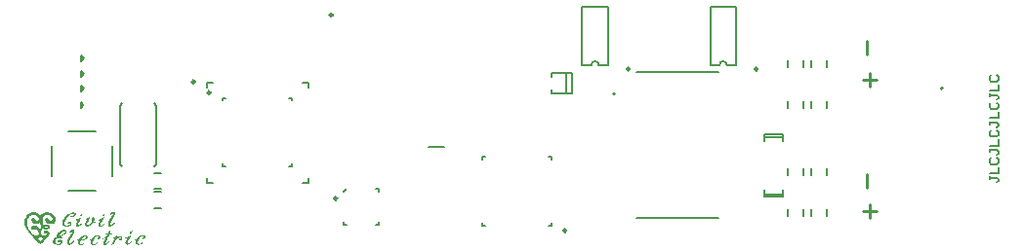
<source format=gto>
G04*
G04 #@! TF.GenerationSoftware,Altium Limited,Altium Designer,18.1.7 (191)*
G04*
G04 Layer_Color=65535*
%FSLAX44Y44*%
%MOMM*%
G71*
G01*
G75*
%ADD10C,0.2000*%
%ADD11C,0.2500*%
%ADD12C,0.1500*%
%ADD13C,0.1270*%
%ADD14C,0.2540*%
G36*
X261438Y320669D02*
X261599Y320605D01*
X261824Y320444D01*
X261857D01*
X261889Y320411D01*
X261986Y320283D01*
X262018Y320218D01*
X262114Y320089D01*
X262082Y320025D01*
X262018Y319896D01*
Y319864D01*
X261986Y319832D01*
X261953Y319767D01*
X261889Y319735D01*
X261857D01*
X261824Y319703D01*
X261663Y319606D01*
X261406Y319478D01*
X261148Y319316D01*
X261116D01*
X261084Y319284D01*
X260923Y319188D01*
X260697Y319059D01*
X260440Y318930D01*
X260182D01*
X260118Y318962D01*
X260053Y319027D01*
X260021Y319091D01*
Y319123D01*
X259989Y319252D01*
X260021Y319478D01*
X260053Y319606D01*
X260118Y319767D01*
Y319799D01*
X260150Y319864D01*
X260279Y320057D01*
X260472Y320283D01*
X260697Y320508D01*
X260730Y320540D01*
X260858Y320605D01*
X261052Y320669D01*
X261245Y320701D01*
X261309D01*
X261438Y320669D01*
D02*
G37*
G36*
X254417Y322151D02*
X254513D01*
X254642Y322118D01*
X254771D01*
X255125Y322086D01*
X255544Y322022D01*
X255576D01*
X255641Y321990D01*
X255866Y321925D01*
X256124Y321764D01*
X256349Y321507D01*
Y321474D01*
X256381Y321442D01*
X256478Y321249D01*
X256543Y320959D01*
Y320798D01*
X256510Y320605D01*
Y320573D01*
X256478Y320476D01*
X256414Y320283D01*
X256317Y320057D01*
X256188Y319799D01*
X255995Y319510D01*
X255770Y319188D01*
X255480Y318833D01*
X255448Y318801D01*
X255319Y318704D01*
X255158Y318543D01*
X254900Y318382D01*
X254578Y318189D01*
X254224Y318060D01*
X253805Y317964D01*
X253354Y317931D01*
X253290D01*
X253064Y317964D01*
X252806Y318028D01*
X252549Y318157D01*
X252484Y318189D01*
X252356Y318318D01*
X252195Y318511D01*
X252001Y318769D01*
X251969Y318801D01*
Y318930D01*
X251937Y319091D01*
X252001Y319284D01*
X252034Y319316D01*
X252098Y319413D01*
X252227Y319542D01*
X252388Y319606D01*
X252420D01*
X252517Y319639D01*
X252871D01*
X252968Y319606D01*
X253032Y319478D01*
X253064Y319413D01*
X253096Y319284D01*
Y319220D01*
X253129Y319091D01*
X253193Y318962D01*
X253322Y318898D01*
X253773D01*
X253837Y318930D01*
X253934Y318962D01*
X254063Y319027D01*
X254224Y319091D01*
X254385Y319220D01*
X254546Y319381D01*
X254707Y319574D01*
X254739Y319606D01*
X254771Y319671D01*
X254836Y319767D01*
X254932Y319928D01*
X255061Y320283D01*
X255093Y320476D01*
Y320669D01*
Y320701D01*
Y320733D01*
X255061Y320862D01*
X254997Y321023D01*
X254868Y321184D01*
X254836Y321217D01*
X254739Y321281D01*
X254578Y321313D01*
X254385Y321345D01*
X254191D01*
X254030Y321313D01*
X253805Y321281D01*
X253773D01*
X253644Y321249D01*
X253451Y321217D01*
X253257Y321152D01*
X253225D01*
X253096Y321088D01*
X252935Y321023D01*
X252710Y320895D01*
X252420Y320766D01*
X252130Y320605D01*
X251550Y320218D01*
X251518Y320186D01*
X251422Y320122D01*
X251261Y319993D01*
X251067Y319832D01*
X250842Y319639D01*
X250616Y319413D01*
X250101Y318898D01*
X250069Y318866D01*
X249972Y318737D01*
X249811Y318576D01*
X249586Y318350D01*
X249360Y318060D01*
X249103Y317738D01*
X248587Y317030D01*
X248555Y316998D01*
X248491Y316869D01*
X248362Y316643D01*
X248201Y316386D01*
X248008Y316096D01*
X247814Y315741D01*
X247396Y314968D01*
Y314936D01*
X247363Y314872D01*
X247299Y314775D01*
X247235Y314614D01*
X247106Y314260D01*
X246977Y313841D01*
Y313809D01*
X246945Y313745D01*
Y313616D01*
X246913Y313487D01*
X246880Y313068D01*
Y312617D01*
Y312585D01*
Y312521D01*
X246913Y312392D01*
X246945Y312231D01*
X247074Y311877D01*
X247267Y311490D01*
X247299Y311458D01*
X247331Y311426D01*
X247525Y311265D01*
X247814Y311071D01*
X248233Y310878D01*
X248265D01*
X248394Y310846D01*
X248555Y310814D01*
X248813Y310781D01*
X249070D01*
X249393Y310814D01*
X249747Y310878D01*
X250133Y311007D01*
X250166Y311039D01*
X250294Y311071D01*
X250488Y311168D01*
X250713Y311297D01*
X250971Y311458D01*
X251228Y311683D01*
X251454Y311909D01*
X251647Y312199D01*
Y312231D01*
X251679Y312295D01*
X251776Y312488D01*
Y312521D01*
X251808Y312585D01*
X251840Y312778D01*
Y312811D01*
Y312843D01*
Y312939D01*
X251808Y313036D01*
Y313068D01*
X251776Y313100D01*
X251712Y313165D01*
X251647Y313197D01*
X251583Y313229D01*
X251518D01*
X251422Y313197D01*
X251389D01*
X251325Y313165D01*
X251261Y313133D01*
X251196Y313068D01*
Y313036D01*
X251132Y313004D01*
X251067Y312811D01*
Y312778D01*
X251035Y312714D01*
X250938Y312521D01*
X250906Y312456D01*
X250842Y312327D01*
X250713Y312166D01*
X250552Y312038D01*
X250520Y312005D01*
X250391Y311973D01*
X250198D01*
X249940Y312005D01*
X249876D01*
X249747Y312070D01*
X249586Y312166D01*
X249457Y312327D01*
X249425Y312360D01*
X249393Y312488D01*
X249360Y312682D01*
Y312972D01*
Y313004D01*
X249393Y313068D01*
Y313165D01*
X249425Y313294D01*
X249554Y313584D01*
X249779Y313841D01*
X249811D01*
X249844Y313906D01*
X250037Y314002D01*
X250294Y314163D01*
X250649Y314324D01*
X250681D01*
X250745Y314356D01*
X250842Y314389D01*
X250971D01*
X251293Y314453D01*
X251744D01*
X251937Y314356D01*
X252227Y314228D01*
X252356Y314099D01*
X252517Y313970D01*
X252549D01*
X252581Y313906D01*
X252742Y313745D01*
X252871Y313487D01*
X252935Y313326D01*
X252968Y313165D01*
Y313133D01*
Y313100D01*
Y313004D01*
Y312875D01*
Y312585D01*
X252871Y312231D01*
Y312199D01*
X252806Y312070D01*
X252742Y311909D01*
X252613Y311716D01*
X252484Y311490D01*
X252323Y311297D01*
X252098Y311071D01*
X251873Y310878D01*
X251840Y310846D01*
X251744Y310814D01*
X251583Y310717D01*
X251389Y310620D01*
X251164Y310492D01*
X250906Y310363D01*
X250294Y310137D01*
X250230Y310105D01*
X250069Y310073D01*
X249811Y310009D01*
X249521Y309976D01*
X249457D01*
X249264Y309944D01*
X249006Y309912D01*
X248716Y309880D01*
X248459D01*
X248298Y309912D01*
X248104Y309944D01*
X247847Y309976D01*
X247299Y310105D01*
X246719Y310298D01*
X246107Y310588D01*
X245560Y310975D01*
X245334Y311200D01*
X245109Y311490D01*
Y311522D01*
X245077Y311555D01*
X245012Y311651D01*
X244980Y311780D01*
X244916Y311941D01*
X244851Y312102D01*
X244755Y312585D01*
X244722Y313165D01*
X244755Y313841D01*
X244819Y314195D01*
X244884Y314614D01*
X245045Y315001D01*
X245206Y315452D01*
Y315484D01*
X245270Y315580D01*
X245334Y315709D01*
X245431Y315870D01*
X245560Y316096D01*
X245689Y316353D01*
X246075Y316965D01*
X246558Y317642D01*
X247106Y318318D01*
X247750Y319027D01*
X248491Y319671D01*
X248523Y319703D01*
X248587Y319735D01*
X248716Y319832D01*
X248877Y319928D01*
X249070Y320089D01*
X249296Y320218D01*
X249586Y320411D01*
X249876Y320605D01*
X250584Y320991D01*
X251422Y321378D01*
X252323Y321764D01*
X253322Y322086D01*
X253354D01*
X253419Y322118D01*
X253515D01*
X253644Y322151D01*
X253998Y322183D01*
X254417Y322151D01*
D02*
G37*
G36*
X280923Y320444D02*
X281149Y320411D01*
X281213Y320379D01*
X281310Y320315D01*
X281439Y320218D01*
X281568Y320057D01*
Y320025D01*
X281600Y319993D01*
Y319799D01*
Y319767D01*
Y319703D01*
X281568Y319639D01*
X281535Y319606D01*
X281503D01*
X281471Y319542D01*
X281278Y319413D01*
X281020Y319252D01*
X280698Y319027D01*
X280666D01*
X280634Y318994D01*
X280537Y318930D01*
X280408Y318898D01*
X280086Y318769D01*
X279699Y318640D01*
Y318672D01*
Y318737D01*
X279667Y318866D01*
Y319027D01*
X279699Y319381D01*
X279764Y319574D01*
X279828Y319767D01*
Y319799D01*
X279861Y319864D01*
X280022Y320057D01*
X280247Y320283D01*
X280408Y320379D01*
X280601Y320444D01*
X280634D01*
X280762Y320476D01*
X280923Y320444D01*
D02*
G37*
G36*
X220921Y322376D02*
X221276Y322312D01*
X221694Y322247D01*
X222145Y322151D01*
X222596Y321990D01*
X223047Y321796D01*
X223111Y321764D01*
X223240Y321700D01*
X223466Y321571D01*
X223756Y321378D01*
X224078Y321152D01*
X224432Y320895D01*
X224818Y320573D01*
X225205Y320186D01*
X225237D01*
X225269Y320122D01*
X225430Y319961D01*
X225463D01*
X225495Y319896D01*
X225624Y319735D01*
X225656D01*
X225720Y319703D01*
X225785Y319671D01*
X225914Y319606D01*
X225946Y319639D01*
X226010Y319735D01*
X226107Y319864D01*
X226236Y319993D01*
X226268Y320025D01*
X226332Y320122D01*
X226461Y320250D01*
X226590Y320379D01*
X226622Y320411D01*
X226751Y320540D01*
X226944Y320701D01*
X227170Y320895D01*
X227492Y321152D01*
X227814Y321378D01*
X228200Y321603D01*
X228619Y321796D01*
X228683Y321829D01*
X228812Y321861D01*
X229038Y321957D01*
X229360Y322054D01*
X229714Y322151D01*
X230100Y322247D01*
X230551Y322312D01*
X231035Y322344D01*
X232001D01*
X232452Y322312D01*
X232967Y322280D01*
X233482Y322183D01*
X234030Y322054D01*
X234062D01*
X234094Y322022D01*
X234287Y321990D01*
X234545Y321861D01*
X234899Y321732D01*
X235318Y321507D01*
X235769Y321281D01*
X236220Y320959D01*
X236671Y320605D01*
X236703Y320573D01*
X236832Y320476D01*
X236993Y320315D01*
X237186Y320089D01*
X237444Y319864D01*
X237701Y319574D01*
X238185Y318898D01*
X238217Y318866D01*
X238281Y318737D01*
X238410Y318543D01*
X238539Y318286D01*
X238668Y317996D01*
X238829Y317642D01*
X238957Y317255D01*
X239086Y316836D01*
Y316804D01*
X239118Y316772D01*
Y316675D01*
X239151Y316579D01*
X239183Y316257D01*
X239215Y315870D01*
X239183Y315387D01*
X239086Y314872D01*
X238925Y314356D01*
X238668Y313809D01*
X238635Y313745D01*
X238507Y313584D01*
X238281Y313358D01*
X237991Y313068D01*
X237637Y312778D01*
X237186Y312521D01*
X236671Y312263D01*
X236059Y312102D01*
X235994D01*
X235898Y312070D01*
X235801D01*
X235479Y312038D01*
X235093Y312005D01*
X234610D01*
X234126Y312038D01*
X233579Y312102D01*
X233064Y312231D01*
X232999Y312263D01*
X232838Y312327D01*
X232580Y312456D01*
X232226Y312617D01*
X231840Y312843D01*
X231421Y313133D01*
X231002Y313519D01*
X230584Y313938D01*
Y313970D01*
X230519Y314002D01*
X230358Y314228D01*
X230197Y314518D01*
X230036Y314872D01*
Y314904D01*
X230004Y314968D01*
X229972Y315065D01*
X229939Y315194D01*
X229907Y315516D01*
Y315903D01*
Y315935D01*
X229939Y315999D01*
Y316128D01*
X229972Y316257D01*
X230100Y316579D01*
X230294Y316901D01*
Y316933D01*
X230358Y316965D01*
X230519Y317126D01*
X230809Y317320D01*
X231163Y317481D01*
X231196D01*
X231260Y317513D01*
X231357D01*
X231485Y317545D01*
X231775D01*
X232065Y317481D01*
X232097D01*
X232129Y317448D01*
X232323Y317352D01*
X232548Y317159D01*
X232806Y316901D01*
X232838Y316869D01*
X232935Y316740D01*
X233031Y316579D01*
X233160Y316386D01*
X233192Y316353D01*
X233289Y316224D01*
X233386Y316031D01*
X233514Y315838D01*
X233547Y315806D01*
X233579Y315741D01*
X233772Y315516D01*
X234094Y315258D01*
X234287Y315162D01*
X234481Y315065D01*
X234513D01*
X234577Y315033D01*
X234706D01*
X234835Y315001D01*
X235221Y315033D01*
X235415Y315097D01*
X235640Y315194D01*
X235672D01*
X235737Y315258D01*
X235930Y315419D01*
X236155Y315677D01*
X236284Y315870D01*
X236349Y316063D01*
Y316096D01*
X236381Y316160D01*
Y316289D01*
X236413Y316450D01*
X236381Y316869D01*
X236349Y317094D01*
X236252Y317320D01*
Y317352D01*
X236220Y317384D01*
X236123Y317609D01*
X235930Y317899D01*
X235672Y318254D01*
X235286Y318640D01*
X234835Y319027D01*
X234287Y319413D01*
X233611Y319703D01*
X233579D01*
X233514Y319735D01*
X233418Y319767D01*
X233289Y319799D01*
X232935Y319896D01*
X232452Y319993D01*
X231904Y320025D01*
X231324Y319993D01*
X230680Y319896D01*
X230390Y319799D01*
X230068Y319671D01*
X230036D01*
X229939Y319606D01*
X229778Y319510D01*
X229585Y319413D01*
X229392Y319252D01*
X229166Y319059D01*
X228941Y318866D01*
X228748Y318608D01*
X228715Y318576D01*
X228651Y318479D01*
X228587Y318350D01*
X228458Y318157D01*
X228329Y317931D01*
X228232Y317674D01*
X228007Y317094D01*
Y317030D01*
X227975Y316901D01*
X227910Y316643D01*
X227878Y316321D01*
X227814Y315967D01*
X227749Y315548D01*
X227717Y314646D01*
Y314582D01*
Y314421D01*
X227749Y314195D01*
X227782Y313873D01*
X227814Y313487D01*
X227878Y313068D01*
X227975Y312617D01*
X228104Y312166D01*
Y312134D01*
X228136Y312070D01*
X228232Y311844D01*
X228361Y311619D01*
X228426Y311522D01*
X228490Y311458D01*
X228877D01*
X229070Y311490D01*
X229263Y311522D01*
X229295D01*
X229424Y311555D01*
X229585Y311587D01*
X229811Y311619D01*
X230068D01*
X230358Y311651D01*
X231002Y311619D01*
X231035D01*
X231131Y311587D01*
X231324Y311555D01*
X231518Y311522D01*
X231775Y311458D01*
X232065Y311361D01*
X232645Y311136D01*
X232677D01*
X232709Y311104D01*
X232741D01*
X232806Y311071D01*
X232838D01*
X232870Y311007D01*
X233096Y310878D01*
X233353Y310653D01*
X233643Y310395D01*
X233675Y310363D01*
X233708Y310331D01*
X233772Y310234D01*
X233836Y310137D01*
X233933Y309815D01*
X233997Y309622D01*
Y309397D01*
Y309364D01*
Y309300D01*
X233965Y309171D01*
Y309042D01*
X233836Y308688D01*
X233740Y308527D01*
X233611Y308366D01*
X233579D01*
X233547Y308302D01*
X233353Y308141D01*
X233031Y307947D01*
X232677Y307754D01*
X232645Y307722D01*
X232484Y307690D01*
X232290Y307625D01*
X232001Y307529D01*
X231679Y307464D01*
X231292Y307400D01*
X230906Y307335D01*
X230487D01*
X230326Y307368D01*
X230133Y307400D01*
X229843Y307432D01*
X229521Y307529D01*
X229166Y307657D01*
X228812Y307851D01*
X228426Y308076D01*
X228393Y308108D01*
X228265Y308173D01*
X228104Y308269D01*
X227943D01*
X227846Y308205D01*
X227717Y308108D01*
X227588Y307947D01*
X227556Y307915D01*
X227492Y307786D01*
X227363Y307593D01*
X227234Y307368D01*
X227073Y307078D01*
X226912Y306756D01*
X226783Y306401D01*
X226654Y306015D01*
Y305983D01*
X226622Y305822D01*
X226558Y305628D01*
X226525Y305371D01*
X226493Y305016D01*
Y304662D01*
Y304244D01*
X226525Y303825D01*
Y303793D01*
X226558Y303696D01*
X226590Y303567D01*
X226654Y303374D01*
X226751Y303148D01*
X226880Y302955D01*
X227009Y302730D01*
X227202Y302504D01*
X227234Y302472D01*
X227298Y302408D01*
X227427Y302311D01*
X227588Y302214D01*
X227782Y302118D01*
X228007Y301989D01*
X228232Y301924D01*
X228522Y301860D01*
X228780D01*
X228973Y301892D01*
X229199Y301924D01*
X229456Y301989D01*
X229746Y302086D01*
X230036Y302247D01*
X230068Y302279D01*
X230165Y302343D01*
X230294Y302440D01*
X230487Y302569D01*
X230841Y302923D01*
X230970Y303116D01*
X231099Y303342D01*
Y303374D01*
X231131Y303406D01*
Y303567D01*
Y303760D01*
X231067Y303986D01*
X231035Y304018D01*
X230938Y304115D01*
X230745Y304211D01*
X230487Y304244D01*
X230455D01*
X230358Y304211D01*
X230197Y304179D01*
X230036Y304147D01*
X230004D01*
X229907Y304115D01*
X229778Y304082D01*
X229617Y304050D01*
X229585D01*
X229456Y304018D01*
X229263Y303986D01*
X229038D01*
X228909Y304018D01*
X228780Y304082D01*
X228619Y304244D01*
X228587Y304276D01*
X228522Y304405D01*
X228458Y304598D01*
X228426Y304791D01*
Y304855D01*
X228458Y304984D01*
X228490Y305145D01*
X228554Y305371D01*
Y305403D01*
X228587Y305435D01*
X228683Y305596D01*
X228844Y305822D01*
X229070Y305983D01*
X229102D01*
X229134Y306015D01*
X229295Y306079D01*
X229521Y306176D01*
X229811Y306240D01*
X229843D01*
X229972Y306273D01*
X230390D01*
X230648Y306305D01*
X230970Y306273D01*
X231614Y306208D01*
X231646D01*
X231743Y306176D01*
X231904Y306112D01*
X232129Y306047D01*
X232355Y305950D01*
X232645Y305822D01*
X232903Y305661D01*
X233192Y305435D01*
X233225Y305403D01*
X233289Y305338D01*
X233418Y305242D01*
X233547Y305113D01*
X233804Y304759D01*
X233901Y304533D01*
X233965Y304308D01*
Y304276D01*
X233997Y304211D01*
Y304082D01*
Y303921D01*
X233965Y303728D01*
X233901Y303503D01*
X233804Y303277D01*
X233643Y303020D01*
X233611Y302987D01*
X233579Y302891D01*
X233482Y302762D01*
X233386Y302601D01*
X233064Y302182D01*
X232709Y301699D01*
X232677Y301667D01*
X232613Y301602D01*
X232516Y301474D01*
X232387Y301313D01*
X232065Y300926D01*
X231711Y300475D01*
Y300443D01*
X231646Y300411D01*
X231485Y300218D01*
X231228Y299928D01*
X230906Y299541D01*
X230487Y299090D01*
X230036Y298607D01*
X229553Y298092D01*
X229038Y297544D01*
X228973Y297480D01*
X228812Y297287D01*
X228522Y297029D01*
X228168Y296675D01*
X227749Y296256D01*
X227266Y295805D01*
X226719Y295322D01*
X226171Y294839D01*
X226139Y294807D01*
X226042Y294710D01*
X225978Y294678D01*
X225849Y294613D01*
X225817Y294646D01*
X225753Y294678D01*
X225656Y294774D01*
X225527Y294871D01*
X225205Y295129D01*
X224818Y295419D01*
X224786Y295451D01*
X224722Y295483D01*
X224625Y295580D01*
X224496Y295676D01*
X224207Y295966D01*
X223852Y296288D01*
X223820Y296320D01*
X223756Y296385D01*
X223627Y296514D01*
X223466Y296675D01*
X223272Y296868D01*
X223015Y297094D01*
X222757Y297351D01*
X222467Y297641D01*
X221791Y298317D01*
X221050Y299090D01*
X220277Y299895D01*
X219504Y300733D01*
X219472Y300765D01*
X219408Y300830D01*
X219311Y300958D01*
X219150Y301119D01*
X218957Y301345D01*
X218731Y301602D01*
X218506Y301860D01*
X218216Y302182D01*
X217604Y302891D01*
X216960Y303696D01*
X216251Y304598D01*
X215543Y305499D01*
X215511Y305564D01*
X215382Y305725D01*
X215221Y305950D01*
X214963Y306273D01*
X214705Y306659D01*
X214415Y307078D01*
X213804Y307980D01*
X213771Y308044D01*
X213675Y308205D01*
X213514Y308463D01*
X213353Y308817D01*
X213127Y309236D01*
X212934Y309687D01*
X212709Y310202D01*
X212515Y310749D01*
Y310781D01*
X212483Y310814D01*
X212451Y310910D01*
X212419Y311039D01*
X212354Y311394D01*
X212258Y311812D01*
X212129Y312327D01*
X212064Y312907D01*
X212000Y313519D01*
X211968Y314131D01*
Y314163D01*
Y314260D01*
Y314421D01*
X212000Y314614D01*
Y314872D01*
X212032Y315130D01*
X212097Y315677D01*
Y315709D01*
X212129Y315774D01*
X212161Y315903D01*
X212193Y316063D01*
X212258Y316289D01*
X212322Y316514D01*
X212547Y317094D01*
X212837Y317771D01*
X213256Y318511D01*
X213514Y318898D01*
X213771Y319284D01*
X214093Y319671D01*
X214448Y320057D01*
X214512Y320122D01*
X214673Y320283D01*
X214899Y320508D01*
X215253Y320766D01*
X215639Y321056D01*
X216122Y321378D01*
X216606Y321635D01*
X217153Y321861D01*
X217185D01*
X217218Y321893D01*
X217411Y321957D01*
X217733Y322022D01*
X218119Y322151D01*
X218603Y322247D01*
X219150Y322312D01*
X219762Y322376D01*
X220406Y322408D01*
X220664D01*
X220921Y322376D01*
D02*
G37*
G36*
X268459Y318125D02*
X268556Y318060D01*
X268588D01*
X268620Y317996D01*
X268652Y317899D01*
X268685Y317771D01*
Y317738D01*
Y317674D01*
Y317448D01*
Y317416D01*
X268620Y317320D01*
X268556Y317126D01*
X268459Y316933D01*
X268363Y316675D01*
X268234Y316386D01*
X267944Y315774D01*
X267912Y315741D01*
X267880Y315645D01*
X267815Y315484D01*
X267719Y315258D01*
X267590Y315033D01*
X267461Y314743D01*
X267171Y314131D01*
Y314099D01*
X267139Y314034D01*
X267074Y313938D01*
X267010Y313777D01*
X266849Y313423D01*
X266688Y313004D01*
Y312972D01*
X266656Y312907D01*
X266591Y312811D01*
X266559Y312649D01*
X266398Y312327D01*
X266237Y311909D01*
Y311877D01*
X266205Y311812D01*
X266173Y311587D01*
Y311555D01*
Y311490D01*
X266140Y311329D01*
Y311265D01*
Y311136D01*
X266205Y310975D01*
X266334Y310846D01*
X266366Y310814D01*
X266462Y310781D01*
X266623Y310749D01*
X266817Y310781D01*
X266849Y310814D01*
X266881D01*
X266913Y310846D01*
X266945Y310878D01*
X267074Y310943D01*
X267235Y311071D01*
X267429Y311232D01*
X267686Y311394D01*
X267976Y311619D01*
X268588Y312070D01*
X268620Y312102D01*
X268717Y312199D01*
X268878Y312327D01*
X269071Y312488D01*
X269297Y312714D01*
X269554Y312972D01*
X270037Y313551D01*
X270070Y313584D01*
X270134Y313712D01*
X270198Y313873D01*
X270231Y314034D01*
Y314067D01*
Y314195D01*
X270198Y314389D01*
X270166Y314582D01*
Y314614D01*
X270134Y314743D01*
X270102Y314904D01*
X270070Y315130D01*
Y315387D01*
Y315677D01*
Y315967D01*
X270134Y316257D01*
Y316289D01*
X270166Y316386D01*
X270231Y316547D01*
X270327Y316740D01*
X270456Y316965D01*
X270649Y317191D01*
X270875Y317448D01*
X271132Y317674D01*
X271165Y317706D01*
X271294Y317803D01*
X271455Y317899D01*
X271648Y317996D01*
X271712Y318028D01*
X271841Y318060D01*
X272034D01*
X272260Y317996D01*
X272292D01*
X272324Y317964D01*
X272453Y317867D01*
X272614Y317706D01*
X272743Y317513D01*
Y317448D01*
X272775Y317320D01*
X272807Y317094D01*
Y316836D01*
Y316772D01*
Y316611D01*
X272775Y316386D01*
X272743Y316128D01*
Y316063D01*
X272711Y315903D01*
X272646Y315709D01*
X272582Y315452D01*
Y315387D01*
X272517Y315226D01*
X272453Y315033D01*
X272356Y314775D01*
X272324Y314711D01*
X272292Y314550D01*
X272195Y314324D01*
X272099Y314067D01*
X272131D01*
X272163Y314002D01*
X272356Y313906D01*
X272614Y313841D01*
X272775D01*
X272936Y313873D01*
X272968D01*
X273000Y313906D01*
X273194Y313938D01*
X273484D01*
X273806Y313873D01*
X273773Y313841D01*
X273741Y313777D01*
X273548Y313584D01*
X273290Y313358D01*
X272936Y313133D01*
X272904D01*
X272839Y313100D01*
X272743Y313068D01*
X272614Y313036D01*
X272292Y313004D01*
X272099D01*
X271873Y313036D01*
X271809D01*
X271680Y313068D01*
X271487Y313036D01*
X271294Y313004D01*
X271261Y312972D01*
X271165Y312939D01*
X271036Y312843D01*
X270875Y312682D01*
Y312649D01*
X270810Y312617D01*
X270649Y312424D01*
X270424Y312166D01*
X270166Y311877D01*
X270134Y311844D01*
X270102Y311812D01*
X269941Y311619D01*
X269683Y311394D01*
X269393Y311168D01*
X269361Y311136D01*
X269264Y311039D01*
X269071Y310910D01*
X268878Y310749D01*
X268588Y310588D01*
X268298Y310427D01*
X267944Y310266D01*
X267590Y310137D01*
X267557D01*
X267429Y310105D01*
X267235Y310041D01*
X266978Y310009D01*
X266656Y309976D01*
X266301D01*
X265915Y310009D01*
X265496Y310073D01*
X265464D01*
X265399Y310105D01*
X265174Y310170D01*
X264916Y310298D01*
X264820Y310395D01*
X264723Y310492D01*
X264691Y310556D01*
X264594Y310717D01*
X264498Y311007D01*
X264433Y311394D01*
Y311426D01*
Y311458D01*
X264401Y311683D01*
X264433Y311973D01*
X264466Y312295D01*
Y312327D01*
X264498Y312360D01*
X264562Y312585D01*
X264659Y312843D01*
X264788Y313165D01*
Y313197D01*
X264820Y313262D01*
X264884Y313390D01*
X264949Y313519D01*
X265142Y313873D01*
X265335Y314292D01*
Y314324D01*
X265367Y314389D01*
X265432Y314485D01*
X265496Y314646D01*
X265689Y315001D01*
X265883Y315419D01*
X265915Y315452D01*
X265947Y315516D01*
X266044Y315709D01*
X266076Y315741D01*
X266108Y315806D01*
X266173Y315935D01*
X266237Y316096D01*
X266044D01*
X265850Y316063D01*
X265625D01*
X265496Y316031D01*
X265335D01*
X265174Y315999D01*
Y316031D01*
Y316063D01*
Y316160D01*
Y316192D01*
Y316224D01*
X265206Y316257D01*
X265303Y316321D01*
X265432Y316418D01*
X265593Y316514D01*
X266044Y316836D01*
X266527Y317159D01*
X266559Y317191D01*
X266656Y317255D01*
X266784Y317352D01*
X266978Y317448D01*
X267396Y317771D01*
X267912Y318093D01*
X267944D01*
X268008Y318125D01*
X268105Y318157D01*
X268363D01*
X268459Y318125D01*
D02*
G37*
G36*
X261567Y318254D02*
X261535Y318157D01*
X261470Y317996D01*
X261374Y317803D01*
X261116Y317352D01*
X260858Y316836D01*
Y316804D01*
X260794Y316708D01*
X260762Y316579D01*
X260665Y316418D01*
X260472Y315967D01*
X260214Y315484D01*
Y315452D01*
X260150Y315387D01*
X260118Y315258D01*
X260021Y315130D01*
X259828Y314743D01*
X259602Y314324D01*
Y314292D01*
X259538Y314228D01*
X259473Y314099D01*
X259409Y313970D01*
X259184Y313584D01*
X258958Y313133D01*
X258926Y313100D01*
X258894Y313004D01*
X258797Y312843D01*
X258733Y312649D01*
X258700Y312617D01*
X258668Y312521D01*
X258572Y312360D01*
X258507Y312166D01*
Y312134D01*
X258475Y312102D01*
X258411Y311909D01*
X258346Y311651D01*
X258314Y311394D01*
Y311361D01*
X258346Y311232D01*
X258411Y311071D01*
X258539Y310943D01*
X258572D01*
X258604Y310910D01*
X258765Y310878D01*
X258958Y310846D01*
X259087Y310878D01*
X259184Y310910D01*
X259216Y310943D01*
X259345Y311007D01*
X259506Y311104D01*
X259699Y311232D01*
X259731D01*
X259763Y311297D01*
X259956Y311458D01*
X260214Y311683D01*
X260536Y311941D01*
X260569Y311973D01*
X260601Y312005D01*
X260794Y312166D01*
X261052Y312424D01*
X261341Y312682D01*
X261374Y312714D01*
X261438Y312778D01*
X261663Y312972D01*
X261696Y313004D01*
X261760Y313068D01*
X261986Y313262D01*
X262018Y313229D01*
X262114Y313133D01*
X262179Y313004D01*
X262211Y312875D01*
Y312843D01*
X262179Y312778D01*
X262082Y312585D01*
X262050Y312553D01*
X261986Y312456D01*
X261889Y312295D01*
X261728Y312134D01*
X261341Y311683D01*
X260858Y311200D01*
X260826Y311168D01*
X260762Y311104D01*
X260633Y310975D01*
X260440Y310846D01*
X260214Y310685D01*
X259989Y310524D01*
X259699Y310331D01*
X259377Y310170D01*
X259345D01*
X259312Y310137D01*
X259216Y310105D01*
X259087Y310073D01*
X258797Y310009D01*
X258443Y309976D01*
X258249D01*
X258121Y310009D01*
X257831Y310073D01*
X257477Y310170D01*
X257444D01*
X257412Y310202D01*
X257219Y310331D01*
X256994Y310524D01*
X256768Y310814D01*
Y310846D01*
X256736Y310910D01*
X256704Y311007D01*
X256671Y311136D01*
X256639Y311458D01*
Y311877D01*
Y311909D01*
Y311941D01*
X256704Y312134D01*
X256768Y312392D01*
X256865Y312682D01*
Y312714D01*
X256897Y312746D01*
X256961Y312939D01*
X257058Y313197D01*
X257155Y313487D01*
Y313519D01*
X257187Y313551D01*
X257283Y313745D01*
X257412Y314002D01*
X257573Y314324D01*
Y314356D01*
X257605Y314389D01*
X257734Y314582D01*
X257863Y314872D01*
X258056Y315226D01*
X257283D01*
X257155Y315258D01*
X257122D01*
X257026Y315291D01*
X256897Y315323D01*
X256736Y315387D01*
X256704Y315419D01*
X256607Y315452D01*
X256381Y315580D01*
X256349Y315613D01*
X256285Y315709D01*
X256220Y315870D01*
X256253Y316031D01*
Y316063D01*
X256317Y316160D01*
X256446Y316257D01*
X256607Y316289D01*
X256800D01*
X256994Y316321D01*
X257283Y316353D01*
X257573Y316386D01*
X257927Y316482D01*
X258249Y316579D01*
X258604Y316740D01*
X258636Y316772D01*
X258765Y316804D01*
X258958Y316901D01*
X259184Y317030D01*
X259473Y317159D01*
X259763Y317320D01*
X260440Y317674D01*
X260472Y317706D01*
X260601Y317771D01*
X260762Y317867D01*
X260955Y317964D01*
X260987Y317996D01*
X261148Y318060D01*
X261341Y318157D01*
X261599Y318286D01*
X261567Y318254D01*
D02*
G37*
G36*
X289555Y322634D02*
X289748Y322569D01*
X289780D01*
X289845Y322537D01*
X290070Y322473D01*
X290328Y322312D01*
X290553Y322086D01*
X290586Y322022D01*
X290682Y321861D01*
X290747Y321571D01*
Y321410D01*
X290714Y321217D01*
Y321184D01*
Y321152D01*
X290650Y320927D01*
X290586Y320637D01*
X290457Y320315D01*
Y320283D01*
X290424Y320250D01*
X290360Y320057D01*
X290231Y319799D01*
X290070Y319510D01*
X290038Y319445D01*
X289941Y319252D01*
X289780Y318962D01*
X289555Y318576D01*
X289297Y318125D01*
X289040Y317642D01*
X288718Y317094D01*
X288396Y316547D01*
X288363Y316482D01*
X288235Y316289D01*
X288073Y315999D01*
X287848Y315645D01*
X287590Y315194D01*
X287300Y314711D01*
X287011Y314163D01*
X286688Y313616D01*
X286656Y313551D01*
X286592Y313423D01*
X286463Y313197D01*
X286366Y312907D01*
Y312875D01*
X286334Y312843D01*
X286302Y312682D01*
X286238Y312424D01*
X286173Y312134D01*
Y312102D01*
Y312038D01*
X286141Y311844D01*
X286173Y311587D01*
X286238Y311490D01*
X286334Y311394D01*
X286399Y311361D01*
X286528Y311329D01*
X286785Y311297D01*
X286914Y311329D01*
X287107Y311361D01*
X287139D01*
X287204Y311394D01*
X287300Y311426D01*
X287397Y311490D01*
X287687Y311619D01*
X287977Y311844D01*
X288009Y311877D01*
X288041Y311909D01*
X288202Y312070D01*
X288460Y312295D01*
X288718Y312585D01*
X288750Y312617D01*
X288846Y312746D01*
X288975Y312907D01*
X289136Y313068D01*
X289168Y313100D01*
X289265Y313197D01*
X289394Y313326D01*
X289587Y313455D01*
X289619D01*
X289684Y313487D01*
X289780Y313519D01*
X290070D01*
X290199Y313487D01*
X290264Y313423D01*
X290296Y313390D01*
X290328Y313358D01*
X290360Y313229D01*
Y313068D01*
Y313036D01*
Y312939D01*
X290328Y312811D01*
X290264Y312714D01*
X290231Y312682D01*
X290135Y312585D01*
X290006Y312424D01*
X289845Y312231D01*
X289619Y312005D01*
X289394Y311780D01*
X288879Y311265D01*
X288846Y311232D01*
X288750Y311136D01*
X288589Y311007D01*
X288396Y310846D01*
X288138Y310685D01*
X287848Y310492D01*
X287526Y310298D01*
X287172Y310105D01*
X287139Y310073D01*
X287011Y310041D01*
X286817Y309976D01*
X286560Y309944D01*
X286270Y309912D01*
X285980Y309944D01*
X285658Y310009D01*
X285336Y310170D01*
X285304Y310202D01*
X285207Y310266D01*
X285078Y310395D01*
X284949Y310556D01*
X284788Y310781D01*
X284627Y311039D01*
X284498Y311329D01*
X284434Y311651D01*
Y311683D01*
Y311748D01*
X284402Y311909D01*
Y311941D01*
Y312005D01*
Y312134D01*
X284370Y312263D01*
Y312295D01*
X284402Y312392D01*
Y312553D01*
X284434Y312746D01*
X284498Y313004D01*
X284563Y313262D01*
X284692Y313841D01*
Y313873D01*
X284724Y313970D01*
X284788Y314131D01*
X284853Y314324D01*
X284949Y314550D01*
X285046Y314807D01*
X285271Y315355D01*
X285304Y315387D01*
X285336Y315484D01*
X285432Y315645D01*
X285561Y315838D01*
X285722Y316063D01*
X285883Y316321D01*
X286238Y316869D01*
X286270Y316901D01*
X286334Y316998D01*
X286431Y317159D01*
X286560Y317352D01*
X286721Y317577D01*
X286882Y317835D01*
X287268Y318382D01*
Y318415D01*
X287333Y318447D01*
X287461Y318640D01*
X287655Y318898D01*
X287880Y319155D01*
Y319188D01*
X287945Y319220D01*
X288073Y319381D01*
X288267Y319639D01*
X288492Y319896D01*
X288524Y319928D01*
X288556Y319993D01*
X288685Y320154D01*
Y320186D01*
X288718Y320250D01*
X288814Y320444D01*
Y320476D01*
X288846Y320605D01*
X288814Y320733D01*
X288750Y320895D01*
X288718Y320927D01*
X288653Y320959D01*
X288524Y320991D01*
X288331Y320959D01*
X288299Y320927D01*
X288170Y320895D01*
X288009Y320798D01*
X287848Y320701D01*
X287816Y320669D01*
X287687Y320605D01*
X287526Y320508D01*
X287365Y320379D01*
X287333Y320347D01*
X287236Y320283D01*
X287107Y320154D01*
X286946Y319993D01*
X286914Y319961D01*
X286817Y319928D01*
X286592D01*
X286495Y319993D01*
X286463Y320025D01*
X286366Y320154D01*
X286302Y320315D01*
Y320508D01*
Y320573D01*
X286366Y320701D01*
X286399Y320862D01*
X286495Y321088D01*
X286528Y321120D01*
X286592Y321217D01*
X286688Y321378D01*
X286817Y321539D01*
X287011Y321764D01*
X287268Y321957D01*
X287558Y322151D01*
X287912Y322344D01*
X287945D01*
X288041Y322408D01*
X288170Y322440D01*
X288331Y322505D01*
X288750Y322602D01*
X289201Y322666D01*
X289362D01*
X289555Y322634D01*
D02*
G37*
G36*
X281117Y318028D02*
X281084Y317931D01*
X281020Y317771D01*
X280923Y317577D01*
X280795Y317352D01*
X280666Y317126D01*
X280408Y316579D01*
Y316547D01*
X280344Y316450D01*
X280279Y316321D01*
X280183Y316160D01*
X279957Y315709D01*
X279699Y315226D01*
Y315194D01*
X279635Y315130D01*
X279603Y315001D01*
X279506Y314872D01*
X279313Y314485D01*
X279088Y314067D01*
Y314034D01*
X279023Y313970D01*
X278959Y313841D01*
X278894Y313712D01*
X278701Y313326D01*
X278476Y312907D01*
X278444Y312875D01*
X278411Y312778D01*
X278315Y312617D01*
X278250Y312424D01*
X278218Y312392D01*
X278186Y312295D01*
X278089Y312134D01*
X278025Y311941D01*
Y311909D01*
X277993Y311877D01*
X277928Y311683D01*
X277864Y311458D01*
Y311200D01*
Y311136D01*
X277896Y311039D01*
X277960Y310878D01*
X278089Y310749D01*
X278121D01*
X278154Y310717D01*
X278315Y310653D01*
X278508Y310620D01*
X278605Y310653D01*
X278701Y310685D01*
X278766Y310717D01*
X278862Y310781D01*
X279055Y310878D01*
X279216Y311007D01*
X279249Y311039D01*
X279281Y311071D01*
X279506Y311232D01*
X279764Y311490D01*
X280086Y311748D01*
X280118Y311780D01*
X280150Y311812D01*
X280344Y312005D01*
X280634Y312263D01*
X280956Y312553D01*
X280988Y312585D01*
X281052Y312649D01*
X281245Y312811D01*
X281278Y312843D01*
X281342Y312875D01*
X281568Y313068D01*
X281600Y313004D01*
X281664Y312875D01*
X281696Y312714D01*
Y312553D01*
Y312521D01*
X281664Y312456D01*
X281503Y312231D01*
X281471Y312199D01*
X281406Y312102D01*
X281310Y311973D01*
X281181Y311812D01*
X280859Y311426D01*
X280440Y311007D01*
X280408Y310975D01*
X280344Y310910D01*
X280215Y310814D01*
X280054Y310685D01*
X279828Y310524D01*
X279603Y310363D01*
X279088Y310041D01*
X279055D01*
X278959Y309976D01*
X278830Y309944D01*
X278701Y309880D01*
X278669D01*
X278572Y309848D01*
X278444Y309815D01*
X278315Y309783D01*
X277670D01*
X277381Y309848D01*
X277091Y309944D01*
X276833Y310073D01*
X276575Y310298D01*
X276543Y310331D01*
X276479Y310427D01*
X276382Y310556D01*
X276286Y310781D01*
X276221Y311039D01*
X276157Y311329D01*
X276189Y311683D01*
X276253Y312070D01*
Y312102D01*
X276286Y312134D01*
X276350Y312360D01*
X276447Y312649D01*
X276608Y312972D01*
Y313004D01*
X276640Y313036D01*
X276737Y313262D01*
X276865Y313551D01*
X277026Y313873D01*
X277059Y313906D01*
X277091Y314034D01*
X277187Y314228D01*
X277284Y314421D01*
X277316Y314485D01*
X277381Y314614D01*
X277477Y314807D01*
X277574Y315065D01*
X277187D01*
X276994Y315033D01*
X276672D01*
X276511Y315065D01*
X276479D01*
X276382Y315130D01*
X276157Y315258D01*
X276124Y315291D01*
X276060Y315355D01*
X275835Y315548D01*
Y315580D01*
X275802Y315645D01*
X275770Y315741D01*
X275802Y315870D01*
Y315903D01*
X275867Y315967D01*
X275963Y316031D01*
X276124Y316063D01*
X276350D01*
X276575Y316096D01*
X276898Y316128D01*
X277284Y316224D01*
X277670Y316321D01*
X278089Y316482D01*
X278508Y316675D01*
X278572Y316708D01*
X278701Y316772D01*
X278894Y316901D01*
X279184Y317062D01*
X279506Y317255D01*
X279893Y317448D01*
X280698Y317867D01*
X280730D01*
X280762Y317899D01*
X280891Y317931D01*
X280956Y317964D01*
X281020Y318028D01*
X281149Y318060D01*
X281117Y318028D01*
D02*
G37*
G36*
X286495Y306208D02*
X286592Y306176D01*
X286688Y306112D01*
X286721Y306079D01*
X286817Y305950D01*
X286882Y305725D01*
Y305435D01*
Y305403D01*
X286849Y305338D01*
X286785Y305145D01*
Y305113D01*
X286753Y305049D01*
X286656Y304855D01*
Y304823D01*
X286624Y304791D01*
X286560Y304598D01*
Y304566D01*
X286528Y304501D01*
X286463Y304405D01*
X286399Y304244D01*
X286463D01*
X286624Y304211D01*
X286849D01*
X287075Y304179D01*
X287139D01*
X287268Y304147D01*
X287461D01*
X287687Y304115D01*
X287719D01*
X287816Y304082D01*
X287945Y304050D01*
X288106Y304018D01*
X288138Y303986D01*
X288202Y303921D01*
X288299Y303825D01*
X288331Y303631D01*
Y303567D01*
X288299Y303470D01*
X288235Y303309D01*
X288106Y303213D01*
X288073D01*
X287977Y303181D01*
X287848Y303148D01*
X287655Y303116D01*
X287268D01*
X287043Y303084D01*
X286688D01*
X286463Y303116D01*
X286238D01*
X286044Y303084D01*
X285819Y302987D01*
X285787Y302955D01*
X285690Y302859D01*
X285561Y302698D01*
X285432Y302472D01*
Y302440D01*
X285368Y302375D01*
X285336Y302247D01*
X285239Y302086D01*
X285046Y301667D01*
X284788Y301184D01*
Y301152D01*
X284724Y301087D01*
X284660Y300958D01*
X284595Y300797D01*
X284370Y300411D01*
X284112Y299928D01*
X284080Y299895D01*
X284048Y299799D01*
X283951Y299638D01*
X283854Y299412D01*
X283725Y299187D01*
X283597Y298897D01*
X283274Y298317D01*
X283242Y298285D01*
X283210Y298188D01*
X283113Y298027D01*
X283017Y297802D01*
X282888Y297577D01*
X282759Y297287D01*
X282469Y296675D01*
X282437Y296610D01*
X282373Y296481D01*
X282308Y296320D01*
X282212Y296095D01*
X282180Y296031D01*
X282147Y295902D01*
X282083Y295741D01*
X282051Y295515D01*
Y295483D01*
Y295451D01*
Y295258D01*
X282115Y295064D01*
X282180Y294968D01*
X282276Y294903D01*
X282341Y294871D01*
X282469Y294839D01*
X282695D01*
X282824Y294871D01*
X282952Y294936D01*
X283017Y294968D01*
X283146Y295032D01*
X283339Y295129D01*
X283532Y295290D01*
X283597Y295322D01*
X283725Y295451D01*
X283887Y295580D01*
X284080Y295773D01*
X284144Y295837D01*
X284273Y295998D01*
X284498Y296224D01*
X284756Y296481D01*
Y296514D01*
X284820Y296546D01*
X284949Y296707D01*
X285143Y296932D01*
X285368Y297190D01*
X285400D01*
X285432Y297158D01*
X285465Y297126D01*
X285529Y297094D01*
Y297061D01*
X285497Y297029D01*
X285465Y296836D01*
Y296804D01*
X285432Y296771D01*
X285368Y296578D01*
Y296546D01*
X285304Y296481D01*
X285239Y296353D01*
X285175Y296192D01*
X284949Y295837D01*
X284660Y295419D01*
X284627Y295387D01*
X284595Y295322D01*
X284498Y295258D01*
X284370Y295129D01*
X284080Y294807D01*
X283693Y294485D01*
X283661D01*
X283629Y294420D01*
X283436Y294324D01*
X283178Y294163D01*
X282856Y294034D01*
X282824D01*
X282791Y294002D01*
X282566Y293969D01*
X282276Y293905D01*
X281954Y293873D01*
X281729D01*
X281632Y293905D01*
X281503D01*
X281213Y294034D01*
X281052Y294098D01*
X280891Y294227D01*
X280859Y294259D01*
X280827Y294291D01*
X280762Y294388D01*
X280666Y294517D01*
X280537Y294839D01*
X280473Y295032D01*
Y295225D01*
Y295258D01*
Y295290D01*
Y295515D01*
X280505Y295805D01*
X280537Y296127D01*
Y296159D01*
Y296192D01*
X280601Y296385D01*
X280666Y296643D01*
X280762Y296965D01*
Y296997D01*
X280795Y297094D01*
X280859Y297222D01*
X280923Y297416D01*
X281084Y297834D01*
X281278Y298349D01*
Y298382D01*
X281342Y298478D01*
X281406Y298607D01*
X281471Y298768D01*
X281568Y298962D01*
X281696Y299219D01*
X281922Y299734D01*
X281890D01*
X281793Y299702D01*
X281664Y299670D01*
X281503Y299638D01*
X281117Y299509D01*
X280666Y299412D01*
X280634D01*
X280569Y299380D01*
X280440Y299348D01*
X280279Y299316D01*
X279893Y299219D01*
X279474Y299123D01*
X279442Y299155D01*
X279410Y299187D01*
Y299219D01*
X279377Y299284D01*
X279410D01*
X279442Y299316D01*
X279635Y299412D01*
X279893Y299541D01*
X280215Y299670D01*
X280247D01*
X280279Y299702D01*
X280505Y299799D01*
X280762Y299928D01*
X281052Y300089D01*
X281084D01*
X281117Y300121D01*
X281310Y300250D01*
X281535Y300443D01*
X281825Y300636D01*
X281857D01*
X281890Y300701D01*
X282083Y300830D01*
X282341Y301023D01*
X282598Y301280D01*
X282663Y301345D01*
X282791Y301506D01*
X282985Y301731D01*
X283210Y302053D01*
Y302086D01*
X283274Y302118D01*
X283403Y302343D01*
X283629Y302633D01*
X283919Y302987D01*
X283854D01*
X283661Y303020D01*
X283081D01*
X282952Y303052D01*
X282791D01*
X282566Y303084D01*
X282534D01*
X282502Y303116D01*
X282308Y303181D01*
X282276D01*
X282244Y303213D01*
X282083Y303309D01*
Y303342D01*
X282115Y303406D01*
X282244Y303631D01*
Y303664D01*
X282308Y303728D01*
X282341Y303825D01*
X282437Y303857D01*
X282502Y303889D01*
X282630Y303921D01*
X282824Y303986D01*
X283049Y304050D01*
X283113D01*
X283242Y304082D01*
X283725D01*
X283887Y304115D01*
X284112Y304147D01*
X284305Y304211D01*
X284337Y304244D01*
X284434Y304340D01*
X284563Y304501D01*
X284724Y304727D01*
X284756Y304791D01*
X284820Y304920D01*
X284917Y305081D01*
X285078Y305306D01*
X285110Y305338D01*
X285175Y305467D01*
X285304Y305628D01*
X285465Y305822D01*
X285497Y305854D01*
X285529Y305886D01*
X285722Y306047D01*
X285755Y306079D01*
X285819Y306112D01*
X285916Y306176D01*
X286044Y306208D01*
X286077D01*
X286109Y306240D01*
X286270D01*
X286495Y306208D01*
D02*
G37*
G36*
X305852Y306691D02*
X305820Y306659D01*
X305755Y306434D01*
X305658Y306144D01*
X305530Y305854D01*
Y305822D01*
X305497Y305789D01*
X305433Y305596D01*
X305304Y305338D01*
X305175Y305049D01*
X305208D01*
X305336Y305016D01*
X305465Y304984D01*
X305626Y304952D01*
X305658D01*
X305755Y304920D01*
X305916Y304888D01*
X306142Y304855D01*
X306109Y304823D01*
X305981Y304759D01*
X305820Y304662D01*
X305594Y304533D01*
X305336Y304372D01*
X305047Y304211D01*
X304435Y303857D01*
X304403Y303825D01*
X304306Y303760D01*
X304113Y303696D01*
X303919Y303567D01*
X303662Y303406D01*
X303404Y303245D01*
X302792Y302923D01*
Y302955D01*
X302760Y302987D01*
X302728D01*
X302696Y303020D01*
X302728Y303052D01*
X302857Y303181D01*
X302985Y303374D01*
X303179Y303599D01*
X303211Y303664D01*
X303340Y303793D01*
X303501Y303986D01*
X303694Y304244D01*
X303662D01*
X303565Y304276D01*
X303436Y304340D01*
X303275Y304372D01*
X303243D01*
X303146Y304405D01*
X303018Y304437D01*
X302824Y304501D01*
X302857Y304533D01*
X302953Y304598D01*
X303114Y304694D01*
X303275Y304855D01*
X303501Y305016D01*
X303758Y305210D01*
X304306Y305596D01*
X304338Y305628D01*
X304435Y305693D01*
X304596Y305789D01*
X304789Y305918D01*
X305014Y306112D01*
X305272Y306305D01*
X305852Y306723D01*
Y306691D01*
D02*
G37*
G36*
X246977Y307078D02*
X247202Y307045D01*
X247460Y306949D01*
X247750Y306852D01*
X248008Y306691D01*
X248265Y306498D01*
X248426Y306240D01*
Y306208D01*
X248459Y306112D01*
X248491Y305950D01*
X248523Y305725D01*
Y305467D01*
X248491Y305145D01*
X248426Y304791D01*
X248265Y304405D01*
Y304372D01*
X248233Y304340D01*
X248137Y304179D01*
X247943Y303921D01*
X247718Y303664D01*
X247653Y303599D01*
X247492Y303470D01*
X247267Y303277D01*
X247009Y303116D01*
X246977Y303084D01*
X246913Y303052D01*
X246784Y302987D01*
X246655Y302891D01*
X246236Y302665D01*
X245785Y302440D01*
X245753D01*
X245689Y302375D01*
X245560Y302343D01*
X245399Y302247D01*
X244980Y302053D01*
X244529Y301828D01*
X244497D01*
X244401Y301796D01*
X244175Y301667D01*
X244143D01*
X244046Y301602D01*
X243885Y301538D01*
X243692Y301441D01*
X243756Y301409D01*
X243853Y301345D01*
X244014Y301280D01*
X244175Y301184D01*
X244207D01*
X244272Y301119D01*
X244497Y300991D01*
X244529D01*
X244562Y300926D01*
X244690Y300797D01*
X244851Y300572D01*
X244884Y300475D01*
Y300346D01*
Y300282D01*
X244787Y300153D01*
X244626Y299992D01*
X244529Y299895D01*
X244368Y299831D01*
X244336D01*
X244272Y299799D01*
X244175Y299767D01*
X244078Y299734D01*
X243756Y299670D01*
X243177D01*
X243048Y299702D01*
X242726Y299767D01*
X242371Y299928D01*
X242339D01*
X242275Y299992D01*
X242146Y300024D01*
X241985Y300056D01*
X241598Y300121D01*
X241405D01*
X241212Y300089D01*
X241180D01*
X241115Y300056D01*
X241019Y300024D01*
X240922Y299960D01*
X240600Y299799D01*
X240246Y299541D01*
X240214Y299509D01*
X240149Y299477D01*
X240053Y299380D01*
X239956Y299251D01*
X239634Y298897D01*
X239344Y298478D01*
Y298446D01*
X239279Y298382D01*
X239215Y298253D01*
X239151Y298092D01*
X239086Y297899D01*
X238990Y297673D01*
X238893Y297126D01*
Y297094D01*
Y296965D01*
Y296804D01*
X238925Y296578D01*
X238957Y296320D01*
X239054Y296063D01*
X239183Y295805D01*
X239344Y295548D01*
X239376Y295515D01*
X239440Y295451D01*
X239569Y295354D01*
X239730Y295225D01*
X239924Y295129D01*
X240181Y295032D01*
X240471Y294936D01*
X240793Y294903D01*
X241502D01*
X241921Y294968D01*
X241953D01*
X242017Y295000D01*
X242114D01*
X242243Y295032D01*
X242597Y295161D01*
X242951Y295354D01*
X242983Y295387D01*
X243080Y295483D01*
X243209Y295612D01*
X243338Y295773D01*
X243370Y295805D01*
X243434Y295934D01*
X243531Y296063D01*
X243595Y296256D01*
Y296288D01*
X243627Y296353D01*
Y296481D01*
Y296643D01*
Y296675D01*
X243595Y296771D01*
X243531Y296868D01*
X243434Y296965D01*
X243402D01*
X243338Y296997D01*
X243080D01*
X242983Y296965D01*
X242854Y296932D01*
X242694Y296900D01*
X242661D01*
X242629Y296868D01*
X242468Y296707D01*
Y296675D01*
X242404Y296610D01*
X242275Y296449D01*
X242210Y296385D01*
X242049Y296288D01*
X241824Y296159D01*
X241534Y296095D01*
X241470D01*
X241309Y296127D01*
X241115Y296192D01*
X240890Y296320D01*
X240858Y296353D01*
X240761Y296514D01*
X240664Y296707D01*
Y296836D01*
Y296965D01*
Y296997D01*
Y297029D01*
X240729Y297222D01*
X240858Y297448D01*
X240954Y297609D01*
X241083Y297738D01*
X241115Y297770D01*
X241180Y297834D01*
X241341Y297931D01*
X241502Y298060D01*
X241727Y298188D01*
X241985Y298285D01*
X242275Y298382D01*
X242597Y298446D01*
X242919D01*
X243144Y298414D01*
X243402Y298382D01*
X243660Y298285D01*
X243950Y298188D01*
X244239Y298027D01*
X244272Y297995D01*
X244368Y297931D01*
X244497Y297802D01*
X244626Y297641D01*
X244787Y297448D01*
X244948Y297190D01*
X245045Y296900D01*
X245109Y296578D01*
Y296546D01*
Y296449D01*
X245077Y296256D01*
X245045Y296063D01*
X244980Y295837D01*
X244851Y295580D01*
X244658Y295322D01*
X244401Y295064D01*
X244368Y295032D01*
X244272Y294968D01*
X244111Y294839D01*
X243885Y294710D01*
X243627Y294549D01*
X243305Y294388D01*
X242983Y294259D01*
X242629Y294130D01*
X242597D01*
X242468Y294098D01*
X242275Y294066D01*
X242017Y294002D01*
X241695Y293969D01*
X241341D01*
X240986Y293937D01*
X240568Y293969D01*
X240503D01*
X240342Y294002D01*
X240117Y294034D01*
X239827Y294098D01*
X239763D01*
X239569Y294163D01*
X239312Y294195D01*
X239022Y294291D01*
X238990D01*
X238957Y294324D01*
X238861Y294356D01*
X238732Y294388D01*
X238410Y294549D01*
X238023Y294742D01*
X237637Y295032D01*
X237250Y295387D01*
X236896Y295837D01*
X236767Y296063D01*
X236671Y296353D01*
Y296385D01*
Y296417D01*
X236639Y296514D01*
X236606Y296643D01*
Y296932D01*
Y297351D01*
X236671Y297802D01*
X236832Y298317D01*
X236961Y298607D01*
X237089Y298865D01*
X237283Y299155D01*
X237508Y299412D01*
X237540Y299445D01*
X237605Y299509D01*
X237669Y299606D01*
X237798Y299734D01*
X238120Y300024D01*
X238539Y300314D01*
X238571Y300346D01*
X238635Y300379D01*
X238764Y300443D01*
X238925Y300540D01*
X239312Y300765D01*
X239763Y300958D01*
X239795D01*
X239827Y300991D01*
X239956Y301055D01*
X240117Y301152D01*
X240246Y301248D01*
X240278Y301280D01*
X240310Y301409D01*
Y301602D01*
X240246Y301860D01*
Y301892D01*
X240214Y302021D01*
Y302182D01*
Y302375D01*
Y302440D01*
Y302537D01*
X240246Y302730D01*
X240278Y302891D01*
Y302923D01*
X240310Y302955D01*
X240439Y303181D01*
X240568Y303470D01*
X240761Y303793D01*
Y303825D01*
X240793Y303889D01*
X240922Y304082D01*
X241115Y304340D01*
X241341Y304598D01*
X241405Y304630D01*
X241534Y304759D01*
X241759Y304952D01*
X242049Y305210D01*
X242404Y305467D01*
X242790Y305757D01*
X243241Y306047D01*
X243692Y306305D01*
X243756Y306337D01*
X243917Y306401D01*
X244175Y306530D01*
X244529Y306659D01*
X244916Y306788D01*
X245399Y306917D01*
X245946Y307013D01*
X246494Y307078D01*
X246526Y307110D01*
X246816D01*
X246977Y307078D01*
D02*
G37*
G36*
X292518Y302021D02*
X292582Y301989D01*
X292615Y301924D01*
X292647Y301860D01*
X292679Y301763D01*
Y301731D01*
Y301667D01*
Y301506D01*
X292647Y301441D01*
X292615Y301313D01*
X292518Y301152D01*
X292421Y300926D01*
X292389Y300894D01*
X292357Y300765D01*
X292260Y300572D01*
X292164Y300346D01*
X292196D01*
X292293Y300379D01*
X292421Y300443D01*
X292582Y300507D01*
X293001Y300701D01*
X293452Y300894D01*
X293484D01*
X293549Y300926D01*
X293678Y300991D01*
X293871Y301055D01*
X294289Y301216D01*
X294772Y301377D01*
X294837D01*
X294966Y301409D01*
X295159Y301441D01*
X295771D01*
X295996Y301409D01*
X296029D01*
X296093Y301377D01*
X296318Y301313D01*
X296576Y301184D01*
X296802Y300958D01*
X296834Y300894D01*
X296930Y300701D01*
X296995Y300443D01*
X297027Y300056D01*
Y300024D01*
Y299960D01*
X296995Y299831D01*
X296963Y299702D01*
X296834Y299316D01*
X296705Y299123D01*
X296576Y298929D01*
X296544Y298897D01*
X296512Y298833D01*
X296415Y298736D01*
X296286Y298639D01*
X295964Y298382D01*
X295771Y298285D01*
X295546Y298188D01*
X295513D01*
X295449Y298156D01*
X295256Y298124D01*
X294869D01*
X294708Y298188D01*
X294483Y298285D01*
X294257Y298446D01*
X294225Y298478D01*
X294128Y298607D01*
X294064Y298800D01*
X294032Y299058D01*
Y299090D01*
X294064Y299219D01*
X294161Y299348D01*
X294322Y299477D01*
X294386Y299509D01*
X294515Y299541D01*
X294772Y299573D01*
X295095D01*
X295191Y299541D01*
X295417Y299509D01*
X295513D01*
X295610Y299573D01*
X295674Y299702D01*
Y299734D01*
X295707Y299799D01*
X295739Y299895D01*
Y300024D01*
Y300056D01*
Y300153D01*
X295674Y300346D01*
X295642Y300379D01*
X295610Y300475D01*
X295513Y300572D01*
X295384Y300636D01*
X295352D01*
X295256Y300669D01*
X295127D01*
X294998Y300636D01*
X294966D01*
X294837Y300572D01*
X294676Y300507D01*
X294483Y300443D01*
X294450D01*
X294322Y300379D01*
X294161Y300314D01*
X294000Y300218D01*
X293935Y300185D01*
X293742Y300056D01*
X293484Y299863D01*
X293130Y299573D01*
X292711Y299251D01*
X292293Y298897D01*
X291842Y298511D01*
X291391Y298060D01*
X291326Y297995D01*
X291197Y297834D01*
X290972Y297577D01*
X290714Y297222D01*
X290424Y296804D01*
X290103Y296320D01*
X289813Y295773D01*
X289523Y295161D01*
Y295129D01*
X289458Y295032D01*
X289394Y294903D01*
X289329Y294742D01*
X289104Y294420D01*
X288975Y294291D01*
X288846Y294227D01*
X288782Y294195D01*
X288685D01*
X288556Y294163D01*
X288363Y294130D01*
X287816D01*
X287429Y294163D01*
Y294195D01*
X287461Y294227D01*
X287558Y294420D01*
X287687Y294710D01*
X287880Y295097D01*
X288106Y295548D01*
X288363Y296031D01*
X288653Y296578D01*
X288943Y297126D01*
Y297158D01*
X288975Y297190D01*
X289072Y297383D01*
X289233Y297673D01*
X289458Y298060D01*
X289716Y298511D01*
X290006Y299026D01*
X290296Y299573D01*
X290650Y300153D01*
X290618D01*
X290553Y300121D01*
X290424D01*
X290296Y300089D01*
X289941Y299992D01*
X289587Y299895D01*
X289523D01*
X289426Y299863D01*
X289297Y299831D01*
X289007Y299767D01*
X288653Y299670D01*
Y299702D01*
Y299734D01*
Y299767D01*
X288621Y299799D01*
X288653Y299831D01*
X288750Y299895D01*
X288782Y299928D01*
X288911Y299992D01*
X288943Y300024D01*
X289040Y300056D01*
X289201Y300121D01*
X289394Y300250D01*
X289619Y300346D01*
X289877Y300475D01*
X290424Y300765D01*
X290457Y300797D01*
X290553Y300830D01*
X290714Y300926D01*
X290875Y301055D01*
X291326Y301409D01*
X291809Y301860D01*
X291842Y301892D01*
X291938Y301989D01*
X291971Y302021D01*
X292099Y302053D01*
X292454D01*
X292518Y302021D01*
D02*
G37*
G36*
X315514Y302472D02*
X315836Y302408D01*
X315868D01*
X315997Y302375D01*
X316126Y302311D01*
X316319Y302214D01*
X316512Y302086D01*
X316706Y301892D01*
X316867Y301699D01*
X316963Y301409D01*
Y301377D01*
X316996Y301280D01*
Y301152D01*
Y301023D01*
Y300991D01*
Y300926D01*
X316963Y300830D01*
X316931Y300701D01*
X316802Y300346D01*
X316706Y300153D01*
X316545Y299960D01*
X316512Y299928D01*
X316416Y299831D01*
X316255Y299702D01*
X316094Y299573D01*
X316061Y299541D01*
X315965Y299477D01*
X315804Y299380D01*
X315611Y299251D01*
X315578Y299219D01*
X315450Y299187D01*
X315289Y299155D01*
X315095Y299123D01*
X315063D01*
X314934Y299155D01*
X314773Y299219D01*
X314612Y299316D01*
X314580Y299348D01*
X314483Y299477D01*
X314419Y299638D01*
X314387Y299831D01*
Y299895D01*
X314419Y300024D01*
X314483Y300185D01*
X314548Y300379D01*
X314580Y300411D01*
X314644Y300507D01*
X314838Y300733D01*
X314870Y300765D01*
X314934Y300830D01*
X315128Y301055D01*
X315160Y301087D01*
X315192Y301152D01*
X315256Y301313D01*
Y301345D01*
X315289Y301409D01*
X315385Y301570D01*
X315353D01*
X315289Y301602D01*
X315095Y301667D01*
X315063D01*
X314999Y301699D01*
X314773D01*
X314741Y301667D01*
X314548Y301602D01*
X314290Y301538D01*
X313968Y301409D01*
X313936D01*
X313904Y301377D01*
X313743Y301313D01*
X313485Y301184D01*
X313195Y301055D01*
X313163D01*
X313098Y300991D01*
X313002Y300926D01*
X312841Y300830D01*
X312519Y300540D01*
X312197Y300185D01*
X312164Y300153D01*
X312132Y300089D01*
X312068Y299992D01*
X311971Y299863D01*
X311746Y299541D01*
X311488Y299123D01*
X311456Y299090D01*
X311424Y299026D01*
X311359Y298897D01*
X311263Y298704D01*
X311037Y298285D01*
X310779Y297802D01*
Y297770D01*
X310715Y297673D01*
X310683Y297544D01*
X310618Y297383D01*
X310522Y297158D01*
X310457Y296900D01*
X310329Y296353D01*
Y296320D01*
Y296224D01*
Y296063D01*
Y295870D01*
X310425Y295451D01*
X310490Y295225D01*
X310618Y295064D01*
X310651D01*
X310683Y295000D01*
X310812Y294968D01*
X310940Y294903D01*
X311102Y294871D01*
X311327Y294839D01*
X311585Y294871D01*
X311875Y294903D01*
X311907D01*
X311939Y294936D01*
X312164Y294968D01*
X312422Y295064D01*
X312744Y295193D01*
X312776D01*
X312808Y295225D01*
X313002Y295354D01*
X313259Y295515D01*
X313549Y295676D01*
X313582D01*
X313614Y295709D01*
X313775Y295837D01*
X314000Y295998D01*
X314258Y296224D01*
X314290D01*
X314322Y296288D01*
X314483Y296417D01*
X314741Y296610D01*
X315063Y296836D01*
Y296804D01*
X315031Y296771D01*
X314966Y296578D01*
X314838Y296320D01*
X314644Y295966D01*
X314387Y295612D01*
X314032Y295225D01*
X313582Y294871D01*
X313066Y294581D01*
X313034D01*
X313002Y294549D01*
X312808Y294452D01*
X312486Y294356D01*
X312100Y294227D01*
X311649Y294130D01*
X311166Y294066D01*
X310618Y294098D01*
X310103Y294195D01*
X310071D01*
X309974Y294259D01*
X309813Y294324D01*
X309620Y294420D01*
X309169Y294678D01*
X308944Y294871D01*
X308750Y295064D01*
X308718Y295097D01*
X308686Y295193D01*
X308589Y295322D01*
X308525Y295515D01*
X308461Y295741D01*
X308396Y296031D01*
X308364Y296353D01*
Y296675D01*
Y296707D01*
Y296739D01*
X308396Y296900D01*
X308428Y297126D01*
X308493Y297383D01*
Y297416D01*
X308525Y297448D01*
X308557Y297609D01*
X308589Y297866D01*
X308654Y298156D01*
X308589D01*
X308461Y298188D01*
X308235Y298221D01*
X307978Y298253D01*
X307913D01*
X307784Y298285D01*
X307559Y298317D01*
X307333Y298349D01*
Y298382D01*
Y298446D01*
Y298478D01*
Y298543D01*
X307398Y298575D01*
X307527Y298607D01*
X307688Y298672D01*
X307881Y298736D01*
X307945D01*
X308074Y298800D01*
X308235Y298833D01*
X308461Y298929D01*
X308493D01*
X308557Y298962D01*
X308686Y299026D01*
X308815Y299090D01*
X309169Y299284D01*
X309556Y299573D01*
X309588Y299606D01*
X309620Y299638D01*
X309717Y299734D01*
X309846Y299863D01*
X310135Y300153D01*
X310490Y300475D01*
X310522Y300507D01*
X310618Y300604D01*
X310779Y300733D01*
X310973Y300894D01*
X311198Y301087D01*
X311488Y301313D01*
X312100Y301763D01*
X312132Y301796D01*
X312261Y301860D01*
X312422Y301957D01*
X312647Y302053D01*
X312937Y302182D01*
X313227Y302279D01*
X313582Y302375D01*
X313968Y302440D01*
X314065D01*
X314161Y302472D01*
X314258D01*
X314580Y302504D01*
X315224D01*
X315514Y302472D01*
D02*
G37*
G36*
X276286Y302375D02*
X276737Y302279D01*
X276962Y302214D01*
X277155Y302118D01*
X277187D01*
X277252Y302053D01*
X277445Y301892D01*
X277670Y301570D01*
X277767Y301377D01*
X277831Y301152D01*
Y301119D01*
Y301055D01*
X277864Y300958D01*
Y300797D01*
X277831Y300636D01*
X277767Y300443D01*
X277703Y300250D01*
X277574Y300024D01*
X277542Y299992D01*
X277509Y299928D01*
X277413Y299831D01*
X277284Y299702D01*
X276962Y299412D01*
X276511Y299123D01*
X276479D01*
X276350Y299090D01*
X276286Y299058D01*
X276189Y299026D01*
X275931D01*
X275706Y299058D01*
X275480Y299155D01*
X275448Y299187D01*
X275352Y299316D01*
X275319Y299509D01*
X275287Y299638D01*
X275319Y299799D01*
X275352Y299863D01*
X275384Y299992D01*
X275480Y300153D01*
X275609Y300346D01*
X275641Y300379D01*
X275738Y300507D01*
X275835Y300669D01*
X275963Y300862D01*
Y300894D01*
X275996Y300958D01*
X276124Y301152D01*
Y301184D01*
X276157Y301248D01*
X276286Y301441D01*
X276253D01*
X276157Y301474D01*
X276028D01*
X275899Y301506D01*
X275867D01*
X275802Y301538D01*
X275513D01*
X275448Y301506D01*
X275319D01*
X275191Y301474D01*
X274836Y301345D01*
X274450Y301184D01*
X274418D01*
X274353Y301152D01*
X274256Y301087D01*
X274128Y300991D01*
X273838Y300797D01*
X273516Y300507D01*
X273484Y300475D01*
X273387Y300346D01*
X273226Y300153D01*
X273000Y299928D01*
X272775Y299638D01*
X272549Y299284D01*
X272292Y298929D01*
X272066Y298543D01*
X272034Y298511D01*
X271970Y298349D01*
X271873Y298156D01*
X271777Y297866D01*
X271616Y297512D01*
X271487Y297126D01*
X271358Y296675D01*
X271261Y296224D01*
Y296192D01*
X271229Y296063D01*
Y295902D01*
X271261Y295709D01*
Y295676D01*
X271294Y295548D01*
X271326Y295387D01*
X271390Y295193D01*
X271422Y295161D01*
X271487Y295064D01*
X271583Y294936D01*
X271744Y294807D01*
X271777Y294774D01*
X271905Y294742D01*
X272066Y294710D01*
X272356D01*
X272485Y294742D01*
X272711Y294807D01*
X272936Y294839D01*
X272968D01*
X273097Y294903D01*
X273258Y294936D01*
X273451Y295032D01*
X273484D01*
X273548Y295097D01*
X273677Y295161D01*
X273838Y295258D01*
X274224Y295483D01*
X274675Y295773D01*
X274707Y295805D01*
X274772Y295837D01*
X274901Y295934D01*
X275062Y296031D01*
X275448Y296288D01*
X275899Y296610D01*
X275867Y296546D01*
X275802Y296385D01*
X275706Y296127D01*
X275513Y295837D01*
X275255Y295483D01*
X274933Y295129D01*
X274514Y294774D01*
X273999Y294485D01*
X273934Y294452D01*
X273741Y294356D01*
X273451Y294227D01*
X273097Y294130D01*
X272646Y294002D01*
X272131Y293969D01*
X271583D01*
X271004Y294066D01*
X270971D01*
X270875Y294098D01*
X270714Y294163D01*
X270520Y294259D01*
X270327Y294356D01*
X270102Y294517D01*
X269876Y294678D01*
X269683Y294903D01*
X269651Y294936D01*
X269619Y295000D01*
X269522Y295129D01*
X269458Y295258D01*
X269361Y295483D01*
X269297Y295709D01*
X269232Y295966D01*
Y296288D01*
Y296320D01*
Y296353D01*
X269264Y296546D01*
X269297Y296804D01*
X269329Y297126D01*
Y297158D01*
X269361Y297190D01*
X269393Y297416D01*
X269425Y297705D01*
X269490Y298027D01*
X269425D01*
X269297Y298060D01*
X269103Y298092D01*
X268878Y298124D01*
X268813D01*
X268685Y298156D01*
X268459Y298188D01*
X268169Y298221D01*
Y298253D01*
X268202Y298285D01*
X268234Y298349D01*
X268266Y298382D01*
X268298Y298414D01*
X268330Y298446D01*
X268363D01*
X268491Y298478D01*
X268652Y298543D01*
X268878Y298639D01*
X269136Y298736D01*
X269425Y298865D01*
X270005Y299187D01*
X270037Y299219D01*
X270134Y299284D01*
X270263Y299412D01*
X270456Y299541D01*
X270907Y299928D01*
X271422Y300411D01*
X271455Y300443D01*
X271583Y300572D01*
X271777Y300733D01*
X272002Y300926D01*
X272292Y301152D01*
X272614Y301377D01*
X273355Y301860D01*
X273419Y301892D01*
X273548Y301957D01*
X273773Y302021D01*
X274063Y302150D01*
X274418Y302247D01*
X274836Y302311D01*
X275287Y302375D01*
X275770Y302408D01*
X276092D01*
X276286Y302375D01*
D02*
G37*
G36*
X265561Y302311D02*
X265657D01*
X265979Y302247D01*
X266301Y302118D01*
X266334D01*
X266366Y302086D01*
X266527Y301924D01*
X266752Y301699D01*
X266913Y301345D01*
Y301313D01*
X266945Y301248D01*
X266978Y301152D01*
Y301023D01*
X267010Y300669D01*
X266978Y300507D01*
X266945Y300314D01*
Y300282D01*
X266913Y300250D01*
X266784Y300024D01*
X266591Y299767D01*
X266334Y299509D01*
X266301D01*
X266269Y299445D01*
X266173Y299380D01*
X266044Y299284D01*
X265754Y299090D01*
X265399Y298865D01*
X265367D01*
X265303Y298800D01*
X265206Y298768D01*
X265077Y298672D01*
X264755Y298511D01*
X264401Y298349D01*
X264369D01*
X264272Y298285D01*
X264144Y298253D01*
X263950Y298156D01*
X263725Y298092D01*
X263467Y297995D01*
X262920Y297834D01*
X262887D01*
X262791Y297802D01*
X262630Y297770D01*
X262437Y297738D01*
X262211Y297705D01*
X261277D01*
X261116Y297673D01*
X260923Y297641D01*
X260697Y297544D01*
X260665Y297512D01*
X260601Y297416D01*
X260504Y297222D01*
X260440Y296965D01*
Y296900D01*
X260407Y296771D01*
X260375Y296546D01*
X260311Y296288D01*
Y296224D01*
X260279Y296095D01*
X260246Y295870D01*
Y295644D01*
Y295612D01*
Y295548D01*
X260279Y295354D01*
X260343Y295129D01*
X260407Y295032D01*
X260472Y294968D01*
X260504Y294936D01*
X260665Y294839D01*
X260891Y294774D01*
X261213Y294710D01*
X261406D01*
X261535Y294742D01*
X261857Y294807D01*
X262211Y294903D01*
X262243D01*
X262308Y294936D01*
X262404Y294968D01*
X262501Y295000D01*
X262823Y295129D01*
X263145Y295290D01*
X263209Y295322D01*
X263338Y295387D01*
X263564Y295483D01*
X263789Y295612D01*
X263821D01*
X263854Y295644D01*
X264015Y295709D01*
X264240Y295805D01*
X264466Y295934D01*
Y295902D01*
X264498Y295837D01*
X264530Y295805D01*
X264562Y295709D01*
X264530Y295676D01*
X264433Y295580D01*
X264272Y295451D01*
X264047Y295258D01*
X263789Y295032D01*
X263467Y294839D01*
X262791Y294388D01*
X262759Y294356D01*
X262630Y294324D01*
X262404Y294227D01*
X262147Y294130D01*
X261824Y294066D01*
X261438Y293969D01*
X261019Y293937D01*
X260536D01*
X260407Y293969D01*
X260343Y294002D01*
X260150D01*
X260021Y294034D01*
X259828Y294066D01*
X259570Y294130D01*
X259312Y294259D01*
X259023Y294388D01*
X258797Y294613D01*
X258572Y294871D01*
X258539Y294903D01*
X258507Y295000D01*
X258411Y295161D01*
X258346Y295387D01*
X258282Y295644D01*
X258217Y295934D01*
X258185Y296288D01*
X258217Y296643D01*
Y296707D01*
X258249Y296836D01*
X258314Y296997D01*
X258378Y297222D01*
X258411Y297287D01*
X258443Y297416D01*
Y297577D01*
X258411Y297770D01*
X258378Y297802D01*
X258314Y297899D01*
X258217Y297995D01*
X258024Y298092D01*
X257960Y298124D01*
X257831Y298188D01*
X257670Y298285D01*
X257477Y298382D01*
X257444Y298414D01*
X257316Y298478D01*
X257155Y298607D01*
X256961Y298768D01*
X256929Y298800D01*
X256832Y298929D01*
X256704Y299090D01*
X256607Y299348D01*
X256639D01*
X256671Y299316D01*
X256832Y299251D01*
X257058Y299187D01*
X257283Y299090D01*
X257348Y299058D01*
X257477Y298994D01*
X257670Y298897D01*
X257895Y298800D01*
X257927D01*
X257992Y298768D01*
X258088Y298736D01*
X258217Y298704D01*
X258507Y298639D01*
X258765D01*
X258797Y298672D01*
X258958Y298736D01*
X259151Y298897D01*
X259280Y299026D01*
X259409Y299187D01*
X259441Y299251D01*
X259570Y299380D01*
X259731Y299606D01*
X259989Y299895D01*
X260279Y300185D01*
X260601Y300507D01*
X260987Y300862D01*
X261374Y301152D01*
X261438Y301184D01*
X261567Y301280D01*
X261792Y301409D01*
X262114Y301570D01*
X262501Y301763D01*
X262952Y301957D01*
X263435Y302118D01*
X263950Y302247D01*
X264015D01*
X264176Y302279D01*
X264401Y302311D01*
X264659Y302343D01*
X265464D01*
X265561Y302311D01*
D02*
G37*
G36*
X304531Y302408D02*
X304467Y302311D01*
X304403Y302182D01*
X304338Y301989D01*
X304113Y301570D01*
X303855Y301055D01*
Y301023D01*
X303790Y300926D01*
X303726Y300797D01*
X303662Y300604D01*
X303436Y300185D01*
X303179Y299670D01*
X303146Y299638D01*
X303114Y299541D01*
X303018Y299380D01*
X302921Y299187D01*
X302792Y298962D01*
X302663Y298704D01*
X302341Y298124D01*
X302309Y298092D01*
X302277Y297995D01*
X302180Y297834D01*
X302083Y297609D01*
X301955Y297383D01*
X301826Y297094D01*
X301536Y296514D01*
Y296481D01*
X301472Y296385D01*
X301439Y296256D01*
X301375Y296127D01*
Y296095D01*
X301343Y295998D01*
X301311Y295837D01*
X301278Y295676D01*
Y295644D01*
Y295612D01*
X301311Y295419D01*
X301375Y295193D01*
X301536Y295000D01*
X301600Y294968D01*
X301729Y294936D01*
X301955D01*
X302083Y294968D01*
X302245Y295032D01*
X302277D01*
X302309Y295064D01*
X302502Y295193D01*
X302760Y295387D01*
X303018Y295612D01*
X303050D01*
X303082Y295676D01*
X303275Y295805D01*
X303501Y296031D01*
X303790Y296256D01*
X303823Y296288D01*
X303952Y296385D01*
X304113Y296546D01*
X304274Y296707D01*
X304306Y296739D01*
X304435Y296868D01*
X304564Y297029D01*
X304757Y297190D01*
X304821Y297222D01*
X304886Y297255D01*
X304982Y297287D01*
X305079D01*
X305240Y297319D01*
Y297287D01*
Y297255D01*
X305272Y297061D01*
Y297029D01*
Y296997D01*
X305240Y296836D01*
X305208Y296804D01*
X305143Y296675D01*
X304982Y296514D01*
X304821Y296288D01*
X304628Y296063D01*
X304370Y295773D01*
X303855Y295225D01*
X303823Y295193D01*
X303726Y295129D01*
X303565Y295000D01*
X303340Y294839D01*
X303082Y294678D01*
X302760Y294485D01*
X302406Y294324D01*
X302019Y294163D01*
X301955D01*
X301826Y294130D01*
X301665Y294098D01*
X301439Y294066D01*
X301246D01*
X301053Y294098D01*
X300828Y294130D01*
X300795D01*
X300731Y294163D01*
X300634Y294195D01*
X300473Y294227D01*
X300183Y294356D01*
X299926Y294581D01*
Y294613D01*
X299861Y294646D01*
X299765Y294839D01*
X299636Y295097D01*
X299539Y295451D01*
Y295483D01*
Y295548D01*
X299507Y295676D01*
Y295837D01*
X299539Y296192D01*
X299604Y296578D01*
Y296610D01*
X299636Y296675D01*
X299668Y296771D01*
X299732Y296900D01*
X299861Y297222D01*
X300022Y297609D01*
Y297641D01*
X300054Y297673D01*
X300119Y297770D01*
X300183Y297899D01*
X300312Y298188D01*
X300505Y298543D01*
Y298575D01*
X300538Y298607D01*
X300602Y298704D01*
X300666Y298833D01*
X300795Y299123D01*
X300989Y299477D01*
X300248D01*
X300119Y299509D01*
X300087D01*
X299990Y299541D01*
X299829Y299573D01*
X299668Y299606D01*
X299636Y299638D01*
X299539Y299670D01*
X299410Y299734D01*
X299282Y299799D01*
Y299831D01*
X299217Y299863D01*
X299153Y300056D01*
Y300089D01*
X299121Y300153D01*
Y300250D01*
Y300346D01*
Y300379D01*
X299153Y300411D01*
X299217Y300475D01*
X299282Y300540D01*
X299314Y300572D01*
X299378Y300604D01*
X299443Y300636D01*
X299732D01*
X299958Y300669D01*
X300215D01*
X300538Y300733D01*
X300892Y300830D01*
X301246Y300926D01*
X301600Y301087D01*
X301633Y301119D01*
X301761Y301184D01*
X301955Y301280D01*
X302180Y301409D01*
X302470Y301538D01*
X302792Y301699D01*
X303501Y302086D01*
X303533Y302118D01*
X303629Y302150D01*
X303790Y302247D01*
X303952Y302311D01*
X303984Y302343D01*
X304113Y302375D01*
X304306Y302408D01*
X304531Y302440D01*
Y302408D01*
D02*
G37*
G36*
X254256Y307142D02*
X254449Y307110D01*
X254674Y307045D01*
X254932Y306949D01*
X255125Y306820D01*
X255319Y306627D01*
X255351Y306595D01*
X255383Y306530D01*
X255448Y306401D01*
X255512Y306240D01*
X255544Y306015D01*
X255576Y305757D01*
X255544Y305467D01*
X255448Y305145D01*
Y305113D01*
X255415Y305081D01*
X255351Y304920D01*
X255254Y304662D01*
X255125Y304405D01*
X255093Y304340D01*
X254997Y304179D01*
X254868Y303954D01*
X254739Y303696D01*
Y303664D01*
X254707Y303631D01*
X254578Y303438D01*
X254417Y303148D01*
X254191Y302762D01*
X253934Y302279D01*
X253612Y301796D01*
X253290Y301248D01*
X252968Y300669D01*
Y300636D01*
X252935Y300604D01*
X252806Y300411D01*
X252645Y300089D01*
X252420Y299702D01*
X252162Y299251D01*
X251873Y298736D01*
X251583Y298188D01*
X251261Y297609D01*
X251228Y297544D01*
X251164Y297383D01*
X251035Y297158D01*
X250938Y296868D01*
Y296836D01*
Y296804D01*
X250874Y296610D01*
X250842Y296353D01*
X250777Y296063D01*
Y296031D01*
Y295998D01*
Y295805D01*
X250842Y295612D01*
X250971Y295419D01*
X251003Y295387D01*
X251132Y295354D01*
X251357D01*
X251679Y295387D01*
X251712D01*
X251776Y295419D01*
X251873Y295451D01*
X252001Y295483D01*
X252291Y295644D01*
X252581Y295870D01*
X252613Y295902D01*
X252645Y295934D01*
X252839Y296095D01*
X253064Y296353D01*
X253354Y296643D01*
X253386Y296675D01*
X253451Y296771D01*
X253580Y296900D01*
X253741Y297061D01*
X253773Y297094D01*
X253869Y297190D01*
X253998Y297319D01*
X254127Y297480D01*
X254159Y297512D01*
X254288Y297577D01*
X254417Y297673D01*
X254610Y297738D01*
X254771D01*
X254932Y297705D01*
X255093Y297577D01*
X255125Y297544D01*
X255190Y297448D01*
X255254Y297287D01*
Y297126D01*
X255222Y297094D01*
X255190Y296997D01*
X255093Y296868D01*
X254997Y296707D01*
X254964Y296675D01*
X254900Y296578D01*
X254771Y296449D01*
X254610Y296288D01*
X254191Y295870D01*
X253708Y295387D01*
X253676Y295354D01*
X253612Y295290D01*
X253451Y295193D01*
X253290Y295032D01*
X253096Y294871D01*
X252839Y294710D01*
X252291Y294356D01*
X252227Y294324D01*
X252034Y294227D01*
X251776Y294130D01*
X251422Y294034D01*
X251035Y293969D01*
X250649D01*
X250230Y294066D01*
X250037Y294130D01*
X249844Y294259D01*
X249811Y294291D01*
X249682Y294388D01*
X249554Y294581D01*
X249360Y294807D01*
X249199Y295097D01*
X249038Y295483D01*
X248942Y295902D01*
X248877Y296385D01*
Y296417D01*
X248909Y296514D01*
X248942Y296675D01*
X248974Y296900D01*
X249006Y297126D01*
X249070Y297416D01*
X249231Y297995D01*
Y298027D01*
X249264Y298124D01*
X249328Y298285D01*
X249393Y298511D01*
X249489Y298736D01*
X249586Y299026D01*
X249876Y299573D01*
X249908Y299606D01*
X249972Y299702D01*
X250069Y299895D01*
X250198Y300089D01*
X250327Y300346D01*
X250520Y300604D01*
X250906Y301184D01*
X250938Y301216D01*
X251003Y301313D01*
X251099Y301474D01*
X251261Y301699D01*
X251422Y301924D01*
X251615Y302214D01*
X252001Y302794D01*
Y302826D01*
X252034Y302859D01*
X252162Y303020D01*
X252356Y303277D01*
X252549Y303535D01*
Y303567D01*
X252613Y303599D01*
X252742Y303793D01*
X252935Y304018D01*
X253161Y304308D01*
X253193Y304340D01*
X253225Y304405D01*
X253354Y304598D01*
X253386Y304630D01*
X253419Y304694D01*
X253515Y304920D01*
Y304984D01*
Y305081D01*
Y305242D01*
X253419Y305371D01*
X253386Y305403D01*
X253322Y305435D01*
X253193Y305467D01*
X253000Y305435D01*
X252968D01*
X252903Y305403D01*
X252678Y305306D01*
X252645D01*
X252581Y305274D01*
X252388Y305145D01*
X252356D01*
X252323Y305081D01*
X252162Y304920D01*
Y304888D01*
X252098Y304855D01*
X251937Y304727D01*
X251905Y304694D01*
X251840Y304662D01*
X251712Y304566D01*
X251550Y304501D01*
X251518Y304469D01*
X251422Y304437D01*
X251293Y304405D01*
X251196D01*
X251164Y304437D01*
X251067Y304501D01*
X250971Y304630D01*
X250938Y304791D01*
Y304823D01*
Y304952D01*
X250971Y305113D01*
X251035Y305274D01*
X251067Y305306D01*
X251099Y305435D01*
X251196Y305596D01*
X251293Y305757D01*
X251325Y305789D01*
X251389Y305886D01*
X251486Y306015D01*
X251615Y306176D01*
X251647Y306208D01*
X251712Y306273D01*
X251808Y306337D01*
X251937Y306466D01*
X252259Y306691D01*
X252645Y306917D01*
X252678D01*
X252742Y306949D01*
X252871Y306981D01*
X253032Y307045D01*
X253451Y307110D01*
X253902Y307174D01*
X254063D01*
X254256Y307142D01*
D02*
G37*
%LPC*%
G36*
X220116Y320057D02*
X219504Y320025D01*
X218828Y319928D01*
X218764D01*
X218603Y319864D01*
X218377Y319767D01*
X218055Y319671D01*
X217701Y319510D01*
X217346Y319316D01*
X216960Y319059D01*
X216606Y318769D01*
X216573Y318737D01*
X216445Y318608D01*
X216284Y318415D01*
X216090Y318189D01*
X215833Y317867D01*
X215575Y317545D01*
X215350Y317159D01*
X215092Y316740D01*
X215060Y316675D01*
X214995Y316514D01*
X214866Y316289D01*
X214738Y315967D01*
X214609Y315580D01*
X214480Y315130D01*
X214383Y314679D01*
X214319Y314195D01*
Y314131D01*
Y313970D01*
X214287Y313712D01*
Y313358D01*
X214319Y312939D01*
X214351Y312488D01*
X214415Y312005D01*
X214512Y311522D01*
Y311490D01*
X214544Y311394D01*
X214577Y311265D01*
X214641Y311071D01*
X214705Y310846D01*
X214770Y310556D01*
X214899Y310234D01*
X214995Y309912D01*
X215285Y309139D01*
X215639Y308334D01*
X216058Y307496D01*
X216573Y306659D01*
X216606Y306627D01*
X216638Y306562D01*
X216735Y306434D01*
X216831Y306305D01*
X216992Y306112D01*
X217153Y305886D01*
X217604Y305371D01*
X218119Y304759D01*
X218764Y304115D01*
X219440Y303438D01*
X220213Y302794D01*
X220277Y302762D01*
X220406Y302633D01*
X220599Y302504D01*
X220857Y302343D01*
X220921Y302311D01*
X221050Y302214D01*
X221276Y302118D01*
X221501Y301989D01*
X221533Y301957D01*
X221662Y301924D01*
X221888Y301860D01*
X222145Y301828D01*
X222757D01*
X223079Y301924D01*
X223434Y302086D01*
X223466Y302118D01*
X223562Y302182D01*
X223723Y302343D01*
X223885Y302504D01*
X224078Y302762D01*
X224239Y303052D01*
X224335Y303374D01*
X224400Y303760D01*
Y303793D01*
Y303857D01*
Y303954D01*
Y304115D01*
Y304437D01*
X224335Y304823D01*
Y304855D01*
X224303Y304920D01*
X224271Y305016D01*
X224239Y305145D01*
X224142Y305467D01*
X223981Y305822D01*
X223949Y305854D01*
X223917Y305950D01*
X223820Y306112D01*
X223659Y306305D01*
X223466Y306530D01*
X223208Y306756D01*
X222886Y306981D01*
X222500Y307174D01*
X222467Y307206D01*
X222306Y307239D01*
X222113Y307303D01*
X221855Y307335D01*
X221533Y307368D01*
X221211D01*
X220857Y307303D01*
X220503Y307174D01*
X220438Y307142D01*
X220310Y307078D01*
X220277D01*
X220245Y307045D01*
X220084Y306981D01*
X220052D01*
X219987Y306949D01*
X219859D01*
X219697Y306917D01*
X219311Y306949D01*
X219086Y307013D01*
X218860Y307110D01*
X218828Y307142D01*
X218764Y307174D01*
X218570Y307368D01*
X218441Y307496D01*
X218313Y307657D01*
X218216Y307883D01*
X218152Y308108D01*
Y308141D01*
Y308237D01*
X218119Y308366D01*
Y308527D01*
X218152Y308913D01*
X218248Y309364D01*
Y309397D01*
X218280Y309461D01*
X218345Y309558D01*
X218409Y309719D01*
X218635Y310041D01*
X218957Y310363D01*
X218989Y310395D01*
X219053Y310427D01*
X219182Y310524D01*
X219311Y310620D01*
X219697Y310814D01*
X219923Y310878D01*
X220148Y310943D01*
X220986D01*
X221469Y310846D01*
X221533D01*
X221662Y310814D01*
X221855Y310749D01*
X222113Y310653D01*
X222403Y310524D01*
X222725Y310395D01*
X223047Y310202D01*
X223369Y309976D01*
X223401Y309944D01*
X223498Y309848D01*
X223659Y309719D01*
X223852Y309558D01*
X224046Y309332D01*
X224303Y309042D01*
X224529Y308752D01*
X224786Y308430D01*
X224818Y308398D01*
X224883Y308302D01*
X224979Y308173D01*
X225076Y308012D01*
X225108Y307980D01*
X225173Y307883D01*
X225269Y307722D01*
X225398Y307529D01*
Y307561D01*
X225463Y307625D01*
X225527Y307754D01*
X225591Y307915D01*
X225817Y308334D01*
X226042Y308785D01*
Y308817D01*
X226107Y308881D01*
X226139Y309010D01*
X226236Y309171D01*
X226397Y309558D01*
X226622Y309976D01*
Y310009D01*
X226654Y310041D01*
Y310137D01*
Y310234D01*
Y310266D01*
Y310331D01*
X226590Y310492D01*
Y310524D01*
X226558Y310588D01*
X226493Y310717D01*
X226429Y310878D01*
X226236Y311265D01*
X226010Y311716D01*
Y311748D01*
X225946Y311812D01*
X225914Y311941D01*
X225817Y312134D01*
X225624Y312553D01*
X225398Y313036D01*
X225366D01*
X225302Y313004D01*
X225108Y312907D01*
X225076D01*
X225012Y312843D01*
X224818Y312746D01*
X224786D01*
X224754Y312714D01*
X224657Y312649D01*
X224529Y312585D01*
X224207Y312456D01*
X223756Y312295D01*
X223240Y312199D01*
X222661Y312134D01*
X222016D01*
X221694Y312199D01*
X221340Y312295D01*
X221308D01*
X221276Y312327D01*
X221179Y312360D01*
X221050Y312424D01*
X220728Y312553D01*
X220310Y312746D01*
X219891Y313036D01*
X219440Y313358D01*
X218989Y313745D01*
X218603Y314228D01*
Y314260D01*
X218570Y314292D01*
X218441Y314485D01*
X218313Y314775D01*
X218184Y315130D01*
Y315162D01*
X218152Y315194D01*
X218119Y315419D01*
Y315709D01*
X218152Y316063D01*
Y316096D01*
X218184Y316160D01*
X218216Y316289D01*
X218248Y316418D01*
X218377Y316740D01*
X218603Y317030D01*
Y317062D01*
X218667Y317094D01*
X218828Y317255D01*
X219118Y317448D01*
X219504Y317609D01*
X219536D01*
X219601Y317642D01*
X219794D01*
X220084Y317609D01*
X220213Y317577D01*
X220374Y317513D01*
X220406D01*
X220438Y317481D01*
X220632Y317352D01*
X220857Y317159D01*
X221082Y316901D01*
X221115Y316869D01*
X221211Y316740D01*
X221340Y316547D01*
X221501Y316321D01*
X221533Y316257D01*
X221630Y316128D01*
X221759Y315935D01*
X221888Y315709D01*
X221920Y315677D01*
X221952Y315645D01*
X222145Y315452D01*
X222403Y315258D01*
X222596Y315162D01*
X222789Y315097D01*
X222886D01*
X222983Y315065D01*
X223111D01*
X223466Y315097D01*
X223659Y315162D01*
X223852Y315258D01*
X223885D01*
X223949Y315323D01*
X224046Y315387D01*
X224174Y315484D01*
X224303Y315645D01*
X224432Y315806D01*
X224561Y315999D01*
X224625Y316257D01*
Y316289D01*
X224657Y316386D01*
Y316514D01*
Y316675D01*
X224625Y316901D01*
X224561Y317126D01*
X224464Y317384D01*
X224335Y317642D01*
Y317674D01*
X224303Y317706D01*
X224174Y317867D01*
X223981Y318125D01*
X223723Y318415D01*
X223369Y318769D01*
X222983Y319091D01*
X222532Y319413D01*
X222049Y319671D01*
X221984Y319703D01*
X221791Y319767D01*
X221501Y319864D01*
X221115Y319961D01*
X220664Y320025D01*
X220116Y320057D01*
D02*
G37*
G36*
X230809Y310266D02*
X230680D01*
X230519Y310234D01*
X230358Y310202D01*
X229907Y310105D01*
X229682Y309976D01*
X229489Y309848D01*
X229521Y309815D01*
X229553Y309751D01*
X229650Y309654D01*
X229778Y309558D01*
X230133Y309300D01*
X230584Y309074D01*
X230616D01*
X230712Y309042D01*
X230841Y309010D01*
X231002Y308978D01*
X231421Y308913D01*
X231614Y308946D01*
X231840Y308978D01*
X231872Y309010D01*
X232001Y309042D01*
X232097Y309171D01*
X232194Y309300D01*
Y309332D01*
Y309461D01*
X232162Y309590D01*
X232065Y309783D01*
X232033Y309815D01*
X231968Y309848D01*
X231872Y309944D01*
X231743Y310009D01*
X231550Y310105D01*
X231357Y310170D01*
X231099Y310234D01*
X230809Y310266D01*
D02*
G37*
G36*
X225849Y301119D02*
X225817Y301087D01*
X225785Y301023D01*
X225688Y300926D01*
X225559Y300797D01*
X225205Y300475D01*
X224786Y300153D01*
X224754D01*
X224690Y300089D01*
X224561Y300024D01*
X224368Y299960D01*
X224142Y299863D01*
X223885Y299799D01*
X223595Y299702D01*
X223272Y299638D01*
X223305Y299606D01*
X223369Y299541D01*
X223498Y299412D01*
X223659Y299251D01*
X224078Y298865D01*
X224496Y298446D01*
X224529Y298414D01*
X224593Y298349D01*
X224722Y298253D01*
X224851Y298092D01*
X225205Y297770D01*
X225624Y297351D01*
X225656Y297319D01*
X225720Y297287D01*
X225914Y297158D01*
X226010D01*
X226107Y297190D01*
X226236Y297287D01*
X226268Y297319D01*
X226332Y297383D01*
X226461Y297512D01*
X226590Y297641D01*
X226944Y297995D01*
X227363Y298414D01*
X227395Y298446D01*
X227460Y298511D01*
X227588Y298639D01*
X227717Y298768D01*
X228071Y299123D01*
X228426Y299477D01*
X228393Y299509D01*
X228329Y299541D01*
X228200Y299638D01*
X228039Y299734D01*
X227621Y299992D01*
X227137Y300314D01*
X227105Y300346D01*
X227041Y300379D01*
X226912Y300475D01*
X226751Y300572D01*
X226332Y300830D01*
X225849Y301119D01*
D02*
G37*
G36*
X246590Y305886D02*
X246365D01*
X246075Y305854D01*
X245753Y305757D01*
X245721Y305725D01*
X245560Y305693D01*
X245367Y305596D01*
X245141Y305435D01*
X244851Y305274D01*
X244562Y305081D01*
X244272Y304823D01*
X244014Y304533D01*
X243982Y304501D01*
X243885Y304405D01*
X243756Y304211D01*
X243595Y304018D01*
X243434Y303728D01*
X243241Y303438D01*
X243048Y303084D01*
X242854Y302730D01*
X242887Y302698D01*
X242919Y302601D01*
X242951Y302569D01*
X242983Y302504D01*
X243015D01*
X243080Y302537D01*
X243209Y302569D01*
X243370Y302601D01*
X243756Y302698D01*
X244175Y302826D01*
X244207D01*
X244272Y302859D01*
X244401Y302891D01*
X244529Y302923D01*
X244884Y303052D01*
X245302Y303181D01*
X245334D01*
X245367Y303213D01*
X245560Y303277D01*
X245785Y303374D01*
X246075Y303535D01*
X246107D01*
X246140Y303567D01*
X246301Y303696D01*
X246526Y303857D01*
X246752Y304050D01*
X246784D01*
X246816Y304115D01*
X246945Y304244D01*
X247106Y304469D01*
X247202Y304791D01*
Y304823D01*
X247235Y304888D01*
Y305081D01*
Y305338D01*
X247138Y305564D01*
X247106Y305596D01*
X247009Y305725D01*
X246816Y305822D01*
X246590Y305886D01*
D02*
G37*
G36*
X264788Y301699D02*
X264691Y301667D01*
X264659D01*
X264530Y301635D01*
X264337Y301570D01*
X264176Y301474D01*
X264144Y301441D01*
X264015Y301377D01*
X263821Y301280D01*
X263596Y301152D01*
X263338Y300958D01*
X263081Y300733D01*
X262533Y300218D01*
X262501Y300185D01*
X262437Y300089D01*
X262308Y299928D01*
X262147Y299734D01*
X261953Y299477D01*
X261728Y299187D01*
X261277Y298543D01*
X261470D01*
X261599Y298511D01*
X261889Y298543D01*
X262243Y298575D01*
X262275D01*
X262308Y298607D01*
X262501Y298639D01*
X262759Y298736D01*
X263048Y298833D01*
X263081D01*
X263145Y298865D01*
X263274Y298929D01*
X263435Y298994D01*
X263821Y299187D01*
X264240Y299412D01*
X264272Y299445D01*
X264337Y299477D01*
X264433Y299573D01*
X264530Y299670D01*
X264820Y299992D01*
X265110Y300379D01*
X265142Y300411D01*
X265206Y300540D01*
X265271Y300733D01*
X265335Y300926D01*
Y300991D01*
Y301119D01*
X265303Y301280D01*
X265206Y301474D01*
X265174Y301506D01*
X265045Y301602D01*
X264884Y301667D01*
X264788Y301699D01*
D02*
G37*
%LPD*%
D10*
X821175Y450550D02*
G03*
X814825Y450550I-3175J0D01*
G01*
X710175Y450650D02*
G03*
X703825Y450650I-3175J0D01*
G01*
X1008490Y430360D02*
G03*
X1008490Y430360I-1000J0D01*
G01*
X724390Y425450D02*
G03*
X724390Y425450I-1000J0D01*
G01*
X687000Y426000D02*
Y443999D01*
X669000Y426000D02*
Y429500D01*
Y440500D02*
Y443999D01*
Y426000D02*
X687000D01*
X681500Y426500D02*
Y443000D01*
X669000Y443999D02*
X687000D01*
X821175Y450550D02*
X829150D01*
X806850D02*
X814825D01*
X806850D02*
Y501350D01*
X829150D01*
Y450550D02*
Y501350D01*
X710175Y450650D02*
X718150D01*
X695850D02*
X703825D01*
X695850D02*
Y501450D01*
X718150D01*
Y450650D02*
Y501450D01*
X888000Y355000D02*
Y361000D01*
X874000Y355000D02*
Y361000D01*
X261000Y413500D02*
Y418500D01*
X263000Y416000D01*
X261000Y413500D02*
X263000Y416000D01*
X324500Y356500D02*
X330500D01*
X324500Y342500D02*
X330500D01*
X324500Y340000D02*
X330500D01*
X324500Y326000D02*
X330500D01*
X870000Y384000D02*
Y390000D01*
X854000Y384000D02*
Y390000D01*
X870000D01*
X854000Y388100D02*
X870000D01*
X488500Y339900D02*
X491100Y342500D01*
X488500Y311500D02*
Y314100D01*
Y311500D02*
X491100D01*
X519500D02*
Y314100D01*
X516900Y311500D02*
X519500D01*
Y339900D02*
Y342500D01*
X516900D02*
X519500D01*
X261300Y427500D02*
Y432500D01*
X263300Y430000D01*
X261300Y427500D02*
X263300Y430000D01*
X261300Y440500D02*
Y445500D01*
X263300Y443000D01*
X261300Y440500D02*
X263300Y443000D01*
X261300Y453500D02*
Y458500D01*
X263300Y456000D01*
X261300Y453500D02*
X263300Y456000D01*
X370500Y347500D02*
Y352500D01*
Y430500D02*
Y435500D01*
X375500D01*
X453500D02*
X458500D01*
Y347500D02*
Y352500D01*
Y430500D02*
Y435500D01*
X370500Y347500D02*
X375500D01*
X453500D02*
X458500D01*
X441500Y422000D02*
X444000D01*
X384000D02*
X386500D01*
X444000Y419500D02*
Y422000D01*
Y362000D02*
Y364500D01*
X441500Y362000D02*
X444000D01*
X384000D02*
X386500D01*
X384000Y419500D02*
Y422000D01*
Y362000D02*
Y364500D01*
X609000Y311000D02*
X611500D01*
X666500D02*
X669000D01*
X609000D02*
Y313500D01*
Y368500D02*
Y371000D01*
X611500D01*
X666500D02*
X669000D01*
Y311000D02*
Y313500D01*
Y368500D02*
Y371000D01*
X908000Y355000D02*
Y361000D01*
X894000Y355000D02*
Y361000D01*
X908000Y319000D02*
Y325000D01*
X894000Y319000D02*
Y325000D01*
X888000Y319000D02*
Y325000D01*
X874000Y319000D02*
Y325000D01*
X894000Y449000D02*
Y455000D01*
X908000Y449000D02*
Y455000D01*
X874000Y449000D02*
Y455000D01*
X888000Y449000D02*
Y455000D01*
X894000Y413000D02*
Y419000D01*
X908000Y413000D02*
Y419000D01*
X874000Y413000D02*
Y419000D01*
X888000Y413000D02*
Y419000D01*
X854000Y336000D02*
Y342000D01*
X870000Y336000D02*
Y342000D01*
X854000Y336000D02*
X870000D01*
X854000Y337900D02*
X870000D01*
D11*
X848000Y447000D02*
G03*
X848000Y447000I-1250J0D01*
G01*
X737000Y447100D02*
G03*
X737000Y447100I-1250J0D01*
G01*
X479250Y494000D02*
G03*
X479250Y494000I-1250J0D01*
G01*
X483200Y334500D02*
G03*
X483200Y334500I-1250J0D01*
G01*
X359750Y436000D02*
G03*
X359750Y436000I-1250J0D01*
G01*
X373500Y426500D02*
G03*
X373500Y426500I-1250J0D01*
G01*
X682000Y306500D02*
G03*
X682000Y306500I-1250J0D01*
G01*
D12*
X250000Y393000D02*
X274000D01*
X250000Y341000D02*
X274000D01*
X236000Y354000D02*
Y380000D01*
X288000Y354000D02*
Y380000D01*
X324600Y417000D02*
X326600Y415000D01*
X294600D02*
X296600Y417000D01*
X294600Y364000D02*
X296600Y362000D01*
X324600D02*
X326600Y364000D01*
Y415000D01*
X294600Y364000D02*
Y415000D01*
X1049001Y353680D02*
Y351014D01*
Y352347D01*
X1055666D01*
X1056999Y351014D01*
Y349681D01*
X1055666Y348348D01*
X1049001Y356346D02*
X1056999D01*
Y361678D01*
X1050334Y369675D02*
X1049001Y368342D01*
Y365676D01*
X1050334Y364343D01*
X1055666D01*
X1056999Y365676D01*
Y368342D01*
X1055666Y369675D01*
X1049001Y377672D02*
Y375006D01*
Y376339D01*
X1055666D01*
X1056999Y375006D01*
Y373674D01*
X1055666Y372341D01*
X1049001Y380338D02*
X1056999D01*
Y385670D01*
X1050334Y393667D02*
X1049001Y392334D01*
Y389668D01*
X1050334Y388335D01*
X1055666D01*
X1056999Y389668D01*
Y392334D01*
X1055666Y393667D01*
X1049001Y401665D02*
Y398999D01*
Y400332D01*
X1055666D01*
X1056999Y398999D01*
Y397666D01*
X1055666Y396333D01*
X1049001Y404330D02*
X1056999D01*
Y409662D01*
X1050334Y417659D02*
X1049001Y416326D01*
Y413661D01*
X1050334Y412328D01*
X1055666D01*
X1056999Y413661D01*
Y416326D01*
X1055666Y417659D01*
X1049001Y425657D02*
Y422991D01*
Y424324D01*
X1055666D01*
X1056999Y422991D01*
Y421658D01*
X1055666Y420325D01*
X1049001Y428323D02*
X1056999D01*
Y433654D01*
X1050334Y441652D02*
X1049001Y440319D01*
Y437653D01*
X1050334Y436320D01*
X1055666D01*
X1056999Y437653D01*
Y440319D01*
X1055666Y441652D01*
D13*
X562220Y379490D02*
X576220D01*
X742450Y444500D02*
X813550D01*
X742450Y317500D02*
X813550D01*
D14*
X945193Y317169D02*
Y329035D01*
X939259Y323102D02*
X951126D01*
X945254Y431630D02*
Y443482D01*
X939328Y437556D02*
X951180D01*
X942686Y343938D02*
Y355796D01*
X942691Y459587D02*
Y471444D01*
M02*

</source>
